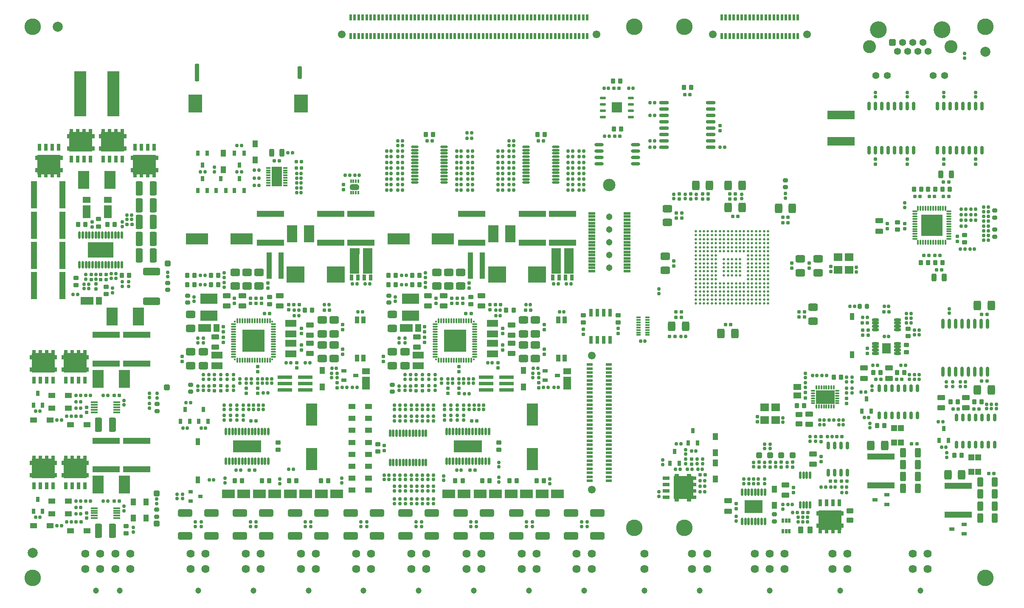
<source format=gbr>
G04*
G04 #@! TF.GenerationSoftware,Altium Limited,Altium Designer,23.4.1 (23)*
G04*
G04 Layer_Color=8388736*
%FSLAX44Y44*%
%MOMM*%
G71*
G04*
G04 #@! TF.SameCoordinates,210523F5-4B5D-4388-949E-6639FD9C488E*
G04*
G04*
G04 #@! TF.FilePolarity,Negative*
G04*
G01*
G75*
%ADD20R,4.6000X3.9000*%
%ADD21R,3.9000X4.6000*%
%ADD114R,5.1800X3.1000*%
%ADD115R,0.8616X1.3716*%
%ADD116R,1.7016X2.0216*%
%ADD117O,1.4516X0.6016*%
%ADD118R,3.6516X2.5616*%
%ADD119O,0.5516X1.5016*%
%ADD120O,0.7016X2.0016*%
%ADD121O,0.7016X1.5516*%
G04:AMPARAMS|DCode=122|XSize=1.1016mm|YSize=1.1016mm|CornerRadius=0.1508mm|HoleSize=0mm|Usage=FLASHONLY|Rotation=90.000|XOffset=0mm|YOffset=0mm|HoleType=Round|Shape=RoundedRectangle|*
%AMROUNDEDRECTD122*
21,1,1.1016,0.8000,0,0,90.0*
21,1,0.8000,1.1016,0,0,90.0*
1,1,0.3016,0.4000,0.4000*
1,1,0.3016,0.4000,-0.4000*
1,1,0.3016,-0.4000,-0.4000*
1,1,0.3016,-0.4000,0.4000*
%
%ADD122ROUNDEDRECTD122*%
G04:AMPARAMS|DCode=123|XSize=0.5316mm|YSize=1.3716mm|CornerRadius=0.0723mm|HoleSize=0mm|Usage=FLASHONLY|Rotation=270.000|XOffset=0mm|YOffset=0mm|HoleType=Round|Shape=RoundedRectangle|*
%AMROUNDEDRECTD123*
21,1,0.5316,1.2270,0,0,270.0*
21,1,0.3870,1.3716,0,0,270.0*
1,1,0.1446,-0.6135,-0.1935*
1,1,0.1446,-0.6135,0.1935*
1,1,0.1446,0.6135,0.1935*
1,1,0.1446,0.6135,-0.1935*
%
%ADD123ROUNDEDRECTD123*%
%ADD124R,2.3216X1.3916*%
%ADD125R,0.7516X1.3516*%
%ADD126R,0.9016X0.9016*%
%ADD127R,0.9016X0.9016*%
%ADD128R,1.3516X0.7516*%
%ADD129R,0.8256X0.6606*%
%ADD130R,0.7016X1.1016*%
G04:AMPARAMS|DCode=131|XSize=0.7016mm|YSize=1.6016mm|CornerRadius=0.2008mm|HoleSize=0mm|Usage=FLASHONLY|Rotation=0.000|XOffset=0mm|YOffset=0mm|HoleType=Round|Shape=RoundedRectangle|*
%AMROUNDEDRECTD131*
21,1,0.7016,1.2000,0,0,0.0*
21,1,0.3000,1.6016,0,0,0.0*
1,1,0.4016,0.1500,-0.6000*
1,1,0.4016,-0.1500,-0.6000*
1,1,0.4016,-0.1500,0.6000*
1,1,0.4016,0.1500,0.6000*
%
%ADD131ROUNDEDRECTD131*%
%ADD132R,1.0116X1.3216*%
%ADD133R,2.7015X3.6017*%
%ADD134O,0.7516X1.7516*%
%ADD135R,1.7016X1.6016*%
%ADD136R,0.3516X0.6516*%
G04:AMPARAMS|DCode=137|XSize=1.8016mm|YSize=1.1016mm|CornerRadius=0mm|HoleSize=0mm|Usage=FLASHONLY|Rotation=0.000|XOffset=0mm|YOffset=0mm|HoleType=Round|Shape=Octagon|*
%AMOCTAGOND137*
4,1,8,0.9008,-0.2754,0.9008,0.2754,0.6254,0.5508,-0.6254,0.5508,-0.9008,0.2754,-0.9008,-0.2754,-0.6254,-0.5508,0.6254,-0.5508,0.9008,-0.2754,0.0*
%
%ADD137OCTAGOND137*%

%ADD138R,2.9016X0.8016*%
%ADD139R,0.6016X1.2016*%
%ADD140R,1.2016X0.6016*%
%ADD141O,1.9516X0.7016*%
G04:AMPARAMS|DCode=142|XSize=3.4016mm|YSize=1.4516mm|CornerRadius=0.2533mm|HoleSize=0mm|Usage=FLASHONLY|Rotation=180.000|XOffset=0mm|YOffset=0mm|HoleType=Round|Shape=RoundedRectangle|*
%AMROUNDEDRECTD142*
21,1,3.4016,0.9450,0,0,180.0*
21,1,2.8950,1.4516,0,0,180.0*
1,1,0.5066,-1.4475,0.4725*
1,1,0.5066,1.4475,0.4725*
1,1,0.5066,1.4475,-0.4725*
1,1,0.5066,-1.4475,-0.4725*
%
%ADD142ROUNDEDRECTD142*%
G04:AMPARAMS|DCode=143|XSize=2.8016mm|YSize=1.4516mm|CornerRadius=0.2533mm|HoleSize=0mm|Usage=FLASHONLY|Rotation=180.000|XOffset=0mm|YOffset=0mm|HoleType=Round|Shape=RoundedRectangle|*
%AMROUNDEDRECTD143*
21,1,2.8016,0.9450,0,0,180.0*
21,1,2.2950,1.4516,0,0,180.0*
1,1,0.5066,-1.1475,0.4725*
1,1,0.5066,1.1475,0.4725*
1,1,0.5066,1.1475,-0.4725*
1,1,0.5066,-1.1475,-0.4725*
%
%ADD143ROUNDEDRECTD143*%
G04:AMPARAMS|DCode=144|XSize=1.8516mm|YSize=1.1516mm|CornerRadius=0.2083mm|HoleSize=0mm|Usage=FLASHONLY|Rotation=270.000|XOffset=0mm|YOffset=0mm|HoleType=Round|Shape=RoundedRectangle|*
%AMROUNDEDRECTD144*
21,1,1.8516,0.7350,0,0,270.0*
21,1,1.4350,1.1516,0,0,270.0*
1,1,0.4166,-0.3675,-0.7175*
1,1,0.4166,-0.3675,0.7175*
1,1,0.4166,0.3675,0.7175*
1,1,0.4166,0.3675,-0.7175*
%
%ADD144ROUNDEDRECTD144*%
G04:AMPARAMS|DCode=145|XSize=1.4016mm|YSize=1.0516mm|CornerRadius=0.2408mm|HoleSize=0mm|Usage=FLASHONLY|Rotation=0.000|XOffset=0mm|YOffset=0mm|HoleType=Round|Shape=RoundedRectangle|*
%AMROUNDEDRECTD145*
21,1,1.4016,0.5700,0,0,0.0*
21,1,0.9200,1.0516,0,0,0.0*
1,1,0.4816,0.4600,-0.2850*
1,1,0.4816,-0.4600,-0.2850*
1,1,0.4816,-0.4600,0.2850*
1,1,0.4816,0.4600,0.2850*
%
%ADD145ROUNDEDRECTD145*%
G04:AMPARAMS|DCode=146|XSize=1.0016mm|YSize=0.8016mm|CornerRadius=0.2258mm|HoleSize=0mm|Usage=FLASHONLY|Rotation=180.000|XOffset=0mm|YOffset=0mm|HoleType=Round|Shape=RoundedRectangle|*
%AMROUNDEDRECTD146*
21,1,1.0016,0.3500,0,0,180.0*
21,1,0.5500,0.8016,0,0,180.0*
1,1,0.4516,-0.2750,0.1750*
1,1,0.4516,0.2750,0.1750*
1,1,0.4516,0.2750,-0.1750*
1,1,0.4516,-0.2750,-0.1750*
%
%ADD146ROUNDEDRECTD146*%
G04:AMPARAMS|DCode=147|XSize=0.6516mm|YSize=0.6516mm|CornerRadius=0.1883mm|HoleSize=0mm|Usage=FLASHONLY|Rotation=0.000|XOffset=0mm|YOffset=0mm|HoleType=Round|Shape=RoundedRectangle|*
%AMROUNDEDRECTD147*
21,1,0.6516,0.2750,0,0,0.0*
21,1,0.2750,0.6516,0,0,0.0*
1,1,0.3766,0.1375,-0.1375*
1,1,0.3766,-0.1375,-0.1375*
1,1,0.3766,-0.1375,0.1375*
1,1,0.3766,0.1375,0.1375*
%
%ADD147ROUNDEDRECTD147*%
%ADD148R,1.6016X2.5016*%
%ADD149R,1.6016X1.1516*%
%ADD150O,1.5016X0.5516*%
%ADD151R,0.9516X0.4516*%
%ADD152R,2.2016X3.5516*%
%ADD153R,1.1016X5.3016*%
%ADD154R,3.6016X3.2016*%
%ADD155R,0.5016X0.9016*%
%ADD156R,0.6516X1.1516*%
%ADD157R,0.9016X0.3516*%
%ADD158R,2.1016X3.9016*%
%ADD159R,1.2016X1.2016*%
%ADD160O,1.2516X0.5016*%
%ADD161R,2.1016X2.1016*%
%ADD162R,5.7016X2.4016*%
%ADD163R,4.4916X4.4916*%
%ADD164R,0.4316X0.4316*%
%ADD165O,1.0266X0.3516*%
%ADD166O,0.3516X1.0266*%
%ADD167O,1.4516X0.4016*%
%ADD168O,0.3516X0.9516*%
%ADD169O,0.9516X0.3516*%
%ADD170R,3.7516X2.7516*%
%ADD171R,1.1016X0.7016*%
%ADD172R,1.5716X1.2916*%
%ADD173R,4.4016X2.2016*%
%ADD174O,0.3516X1.1016*%
%ADD175O,1.1016X0.3516*%
%ADD176R,4.2016X4.2016*%
%ADD177R,0.7516X1.0516*%
%ADD178O,1.8516X0.7016*%
%ADD179R,2.4816X9.1016*%
%ADD180R,5.5016X1.1516*%
G04:AMPARAMS|DCode=181|XSize=2.8016mm|YSize=1.4016mm|CornerRadius=0.2458mm|HoleSize=0mm|Usage=FLASHONLY|Rotation=90.000|XOffset=0mm|YOffset=0mm|HoleType=Round|Shape=RoundedRectangle|*
%AMROUNDEDRECTD181*
21,1,2.8016,0.9100,0,0,90.0*
21,1,2.3100,1.4016,0,0,90.0*
1,1,0.4916,0.4550,1.1550*
1,1,0.4916,0.4550,-1.1550*
1,1,0.4916,-0.4550,-1.1550*
1,1,0.4916,-0.4550,1.1550*
%
%ADD181ROUNDEDRECTD181*%
G04:AMPARAMS|DCode=182|XSize=1.9016mm|YSize=1.4516mm|CornerRadius=0.2533mm|HoleSize=0mm|Usage=FLASHONLY|Rotation=90.000|XOffset=0mm|YOffset=0mm|HoleType=Round|Shape=RoundedRectangle|*
%AMROUNDEDRECTD182*
21,1,1.9016,0.9450,0,0,90.0*
21,1,1.3950,1.4516,0,0,90.0*
1,1,0.5066,0.4725,0.6975*
1,1,0.5066,0.4725,-0.6975*
1,1,0.5066,-0.4725,-0.6975*
1,1,0.5066,-0.4725,0.6975*
%
%ADD182ROUNDEDRECTD182*%
%ADD183R,5.5016X1.6516*%
G04:AMPARAMS|DCode=184|XSize=1.5516mm|YSize=1.0016mm|CornerRadius=0.2308mm|HoleSize=0mm|Usage=FLASHONLY|Rotation=0.000|XOffset=0mm|YOffset=0mm|HoleType=Round|Shape=RoundedRectangle|*
%AMROUNDEDRECTD184*
21,1,1.5516,0.5400,0,0,0.0*
21,1,1.0900,1.0016,0,0,0.0*
1,1,0.4616,0.5450,-0.2700*
1,1,0.4616,-0.5450,-0.2700*
1,1,0.4616,-0.5450,0.2700*
1,1,0.4616,0.5450,0.2700*
%
%ADD184ROUNDEDRECTD184*%
G04:AMPARAMS|DCode=185|XSize=1.0516mm|YSize=0.8516mm|CornerRadius=0.2383mm|HoleSize=0mm|Usage=FLASHONLY|Rotation=180.000|XOffset=0mm|YOffset=0mm|HoleType=Round|Shape=RoundedRectangle|*
%AMROUNDEDRECTD185*
21,1,1.0516,0.3750,0,0,180.0*
21,1,0.5750,0.8516,0,0,180.0*
1,1,0.4766,-0.2875,0.1875*
1,1,0.4766,0.2875,0.1875*
1,1,0.4766,0.2875,-0.1875*
1,1,0.4766,-0.2875,-0.1875*
%
%ADD185ROUNDEDRECTD185*%
G04:AMPARAMS|DCode=186|XSize=0.7216mm|YSize=0.6216mm|CornerRadius=0.1808mm|HoleSize=0mm|Usage=FLASHONLY|Rotation=90.000|XOffset=0mm|YOffset=0mm|HoleType=Round|Shape=RoundedRectangle|*
%AMROUNDEDRECTD186*
21,1,0.7216,0.2600,0,0,90.0*
21,1,0.3600,0.6216,0,0,90.0*
1,1,0.3616,0.1300,0.1800*
1,1,0.3616,0.1300,-0.1800*
1,1,0.3616,-0.1300,-0.1800*
1,1,0.3616,-0.1300,0.1800*
%
%ADD186ROUNDEDRECTD186*%
%ADD187R,2.5016X1.6516*%
%ADD188C,0.5000*%
%ADD189R,3.4016X2.1516*%
G04:AMPARAMS|DCode=190|XSize=1.0516mm|YSize=0.8516mm|CornerRadius=0.2383mm|HoleSize=0mm|Usage=FLASHONLY|Rotation=90.000|XOffset=0mm|YOffset=0mm|HoleType=Round|Shape=RoundedRectangle|*
%AMROUNDEDRECTD190*
21,1,1.0516,0.3750,0,0,90.0*
21,1,0.5750,0.8516,0,0,90.0*
1,1,0.4766,0.1875,0.2875*
1,1,0.4766,0.1875,-0.2875*
1,1,0.4766,-0.1875,-0.2875*
1,1,0.4766,-0.1875,0.2875*
%
%ADD190ROUNDEDRECTD190*%
G04:AMPARAMS|DCode=191|XSize=1.5516mm|YSize=1.0016mm|CornerRadius=0.2308mm|HoleSize=0mm|Usage=FLASHONLY|Rotation=270.000|XOffset=0mm|YOffset=0mm|HoleType=Round|Shape=RoundedRectangle|*
%AMROUNDEDRECTD191*
21,1,1.5516,0.5400,0,0,270.0*
21,1,1.0900,1.0016,0,0,270.0*
1,1,0.4616,-0.2700,-0.5450*
1,1,0.4616,-0.2700,0.5450*
1,1,0.4616,0.2700,0.5450*
1,1,0.4616,0.2700,-0.5450*
%
%ADD191ROUNDEDRECTD191*%
G04:AMPARAMS|DCode=192|XSize=0.7216mm|YSize=0.6216mm|CornerRadius=0.1808mm|HoleSize=0mm|Usage=FLASHONLY|Rotation=180.000|XOffset=0mm|YOffset=0mm|HoleType=Round|Shape=RoundedRectangle|*
%AMROUNDEDRECTD192*
21,1,0.7216,0.2600,0,0,180.0*
21,1,0.3600,0.6216,0,0,180.0*
1,1,0.3616,-0.1800,0.1300*
1,1,0.3616,0.1800,0.1300*
1,1,0.3616,0.1800,-0.1300*
1,1,0.3616,-0.1800,-0.1300*
%
%ADD192ROUNDEDRECTD192*%
G04:AMPARAMS|DCode=193|XSize=1.9016mm|YSize=1.4516mm|CornerRadius=0.2533mm|HoleSize=0mm|Usage=FLASHONLY|Rotation=0.000|XOffset=0mm|YOffset=0mm|HoleType=Round|Shape=RoundedRectangle|*
%AMROUNDEDRECTD193*
21,1,1.9016,0.9450,0,0,0.0*
21,1,1.3950,1.4516,0,0,0.0*
1,1,0.5066,0.6975,-0.4725*
1,1,0.5066,-0.6975,-0.4725*
1,1,0.5066,-0.6975,0.4725*
1,1,0.5066,0.6975,0.4725*
%
%ADD193ROUNDEDRECTD193*%
%ADD194R,1.1516X5.5016*%
%ADD195R,2.5016X1.6016*%
%ADD196R,1.1516X1.6016*%
%ADD197R,1.3216X1.0116*%
%ADD198R,2.1516X3.4016*%
G04:AMPARAMS|DCode=199|XSize=0.6516mm|YSize=0.6516mm|CornerRadius=0.1883mm|HoleSize=0mm|Usage=FLASHONLY|Rotation=270.000|XOffset=0mm|YOffset=0mm|HoleType=Round|Shape=RoundedRectangle|*
%AMROUNDEDRECTD199*
21,1,0.6516,0.2750,0,0,270.0*
21,1,0.2750,0.6516,0,0,270.0*
1,1,0.3766,-0.1375,-0.1375*
1,1,0.3766,-0.1375,0.1375*
1,1,0.3766,0.1375,0.1375*
1,1,0.3766,0.1375,-0.1375*
%
%ADD199ROUNDEDRECTD199*%
G04:AMPARAMS|DCode=200|XSize=1.4016mm|YSize=1.0516mm|CornerRadius=0.2408mm|HoleSize=0mm|Usage=FLASHONLY|Rotation=90.000|XOffset=0mm|YOffset=0mm|HoleType=Round|Shape=RoundedRectangle|*
%AMROUNDEDRECTD200*
21,1,1.4016,0.5700,0,0,90.0*
21,1,0.9200,1.0516,0,0,90.0*
1,1,0.4816,0.2850,0.4600*
1,1,0.4816,0.2850,-0.4600*
1,1,0.4816,-0.2850,-0.4600*
1,1,0.4816,-0.2850,0.4600*
%
%ADD200ROUNDEDRECTD200*%
%ADD201R,2.2016X4.4016*%
G04:AMPARAMS|DCode=202|XSize=1.0016mm|YSize=0.8016mm|CornerRadius=0.2258mm|HoleSize=0mm|Usage=FLASHONLY|Rotation=270.000|XOffset=0mm|YOffset=0mm|HoleType=Round|Shape=RoundedRectangle|*
%AMROUNDEDRECTD202*
21,1,1.0016,0.3500,0,0,270.0*
21,1,0.5500,0.8016,0,0,270.0*
1,1,0.4516,-0.1750,-0.2750*
1,1,0.4516,-0.1750,0.2750*
1,1,0.4516,0.1750,0.2750*
1,1,0.4516,0.1750,-0.2750*
%
%ADD202ROUNDEDRECTD202*%
%ADD203C,2.0000*%
G04:AMPARAMS|DCode=204|XSize=1.1016mm|YSize=1.1016mm|CornerRadius=0.1508mm|HoleSize=0mm|Usage=FLASHONLY|Rotation=180.000|XOffset=0mm|YOffset=0mm|HoleType=Round|Shape=RoundedRectangle|*
%AMROUNDEDRECTD204*
21,1,1.1016,0.8000,0,0,180.0*
21,1,0.8000,1.1016,0,0,180.0*
1,1,0.3016,-0.4000,0.4000*
1,1,0.3016,0.4000,0.4000*
1,1,0.3016,0.4000,-0.4000*
1,1,0.3016,-0.4000,-0.4000*
%
%ADD204ROUNDEDRECTD204*%
%ADD205R,1.8016X0.6016*%
%ADD206R,0.9516X0.6016*%
%ADD207R,1.9666X5.1016*%
G04:AMPARAMS|DCode=208|XSize=1.4016mm|YSize=1.4016mm|CornerRadius=0.3758mm|HoleSize=0mm|Usage=FLASHONLY|Rotation=180.000|XOffset=0mm|YOffset=0mm|HoleType=Round|Shape=RoundedRectangle|*
%AMROUNDEDRECTD208*
21,1,1.4016,0.6500,0,0,180.0*
21,1,0.6500,1.4016,0,0,180.0*
1,1,0.7516,-0.3250,0.3250*
1,1,0.7516,0.3250,0.3250*
1,1,0.7516,0.3250,-0.3250*
1,1,0.7516,-0.3250,-0.3250*
%
%ADD208ROUNDEDRECTD208*%
%ADD209C,1.4016*%
%ADD210C,3.3516*%
%ADD211C,2.6016*%
%ADD212C,2.4916*%
%ADD213C,1.3016*%
%ADD214C,1.5516*%
%ADD215C,1.2032*%
%ADD216C,1.6256*%
G04:AMPARAMS|DCode=217|XSize=3.5016mm|YSize=0.9016mm|CornerRadius=0.2508mm|HoleSize=0mm|Usage=FLASHONLY|Rotation=270.000|XOffset=0mm|YOffset=0mm|HoleType=Round|Shape=RoundedRectangle|*
%AMROUNDEDRECTD217*
21,1,3.5016,0.4000,0,0,270.0*
21,1,3.0000,0.9016,0,0,270.0*
1,1,0.5016,-0.2000,-1.5000*
1,1,0.5016,-0.2000,1.5000*
1,1,0.5016,0.2000,1.5000*
1,1,0.5016,0.2000,-1.5000*
%
%ADD217ROUNDEDRECTD217*%
G04:AMPARAMS|DCode=218|XSize=2.5016mm|YSize=0.9016mm|CornerRadius=0.2508mm|HoleSize=0mm|Usage=FLASHONLY|Rotation=270.000|XOffset=0mm|YOffset=0mm|HoleType=Round|Shape=RoundedRectangle|*
%AMROUNDEDRECTD218*
21,1,2.5016,0.4000,0,0,270.0*
21,1,2.0000,0.9016,0,0,270.0*
1,1,0.5016,-0.2000,-1.0000*
1,1,0.5016,-0.2000,1.0000*
1,1,0.5016,0.2000,1.0000*
1,1,0.5016,0.2000,-1.0000*
%
%ADD218ROUNDEDRECTD218*%
%ADD219C,3.3016*%
D20*
X134937Y479487D02*
D03*
X273050Y874650D02*
D03*
X82550D02*
D03*
X209550Y920813D02*
D03*
X146050D02*
D03*
X71438Y268350D02*
D03*
X134937D02*
D03*
X71438Y479487D02*
D03*
X1639888Y165037D02*
D03*
D21*
X1347850Y230188D02*
D03*
D114*
X185737Y704848D02*
D03*
D115*
X1098550Y488950D02*
D03*
Y565150D02*
D03*
X1111250Y488950D02*
D03*
Y565150D02*
D03*
X1684337Y571500D02*
D03*
Y495300D02*
D03*
X379412Y322262D02*
D03*
Y246063D02*
D03*
X696913Y488950D02*
D03*
Y565150D02*
D03*
X709613Y488950D02*
D03*
Y565150D02*
D03*
D116*
X1752600Y508000D02*
D03*
D117*
X1730350Y517750D02*
D03*
Y511250D02*
D03*
Y504750D02*
D03*
Y498250D02*
D03*
X1774850Y517750D02*
D03*
Y511250D02*
D03*
Y504750D02*
D03*
Y498250D02*
D03*
X1774850Y545875D02*
D03*
Y552375D02*
D03*
Y558875D02*
D03*
Y565375D02*
D03*
X1730350Y545875D02*
D03*
Y552375D02*
D03*
Y558875D02*
D03*
Y565375D02*
D03*
D118*
X1487487Y192087D02*
D03*
D119*
X1464738Y162588D02*
D03*
X1471237D02*
D03*
X1477737D02*
D03*
X1484238D02*
D03*
X1490737D02*
D03*
X1497238D02*
D03*
X1503737D02*
D03*
X1510237D02*
D03*
X1464738Y221588D02*
D03*
X1471237D02*
D03*
X1477737D02*
D03*
X1484238D02*
D03*
X1490737D02*
D03*
X1497238D02*
D03*
X1503737D02*
D03*
X1510237D02*
D03*
X1580925Y195925D02*
D03*
X1587425D02*
D03*
X1593925D02*
D03*
X1600425D02*
D03*
X1580925Y254925D02*
D03*
X1587425D02*
D03*
X1593925D02*
D03*
X1600425D02*
D03*
X959825Y342238D02*
D03*
X953325D02*
D03*
X946825D02*
D03*
X940325D02*
D03*
X933825D02*
D03*
X927325D02*
D03*
X920825D02*
D03*
X914325D02*
D03*
X907825D02*
D03*
X901325D02*
D03*
X894825D02*
D03*
X888325D02*
D03*
X881825D02*
D03*
X875325D02*
D03*
X959825Y283237D02*
D03*
X953325D02*
D03*
X946825D02*
D03*
X940325D02*
D03*
X933825D02*
D03*
X927325D02*
D03*
X920825D02*
D03*
X914325D02*
D03*
X907825D02*
D03*
X901325D02*
D03*
X894825D02*
D03*
X888325D02*
D03*
X881825D02*
D03*
X875325D02*
D03*
X227987Y734350D02*
D03*
X221488D02*
D03*
X214988D02*
D03*
X208487D02*
D03*
X201987D02*
D03*
X195487D02*
D03*
X188988D02*
D03*
X182488D02*
D03*
X175987D02*
D03*
X169487D02*
D03*
X162987D02*
D03*
X156488D02*
D03*
X149987D02*
D03*
X143488D02*
D03*
X227987Y675350D02*
D03*
X221488D02*
D03*
X214988D02*
D03*
X208487D02*
D03*
X201987D02*
D03*
X195487D02*
D03*
X188988D02*
D03*
X182488D02*
D03*
X175987D02*
D03*
X169487D02*
D03*
X162987D02*
D03*
X156488D02*
D03*
X149987D02*
D03*
X143488D02*
D03*
X762763Y280063D02*
D03*
X769262D02*
D03*
X775762D02*
D03*
X782262D02*
D03*
X788763D02*
D03*
X795263D02*
D03*
X801762D02*
D03*
X808262D02*
D03*
X814762D02*
D03*
X821263D02*
D03*
X827763D02*
D03*
X834262D02*
D03*
X762763Y339062D02*
D03*
X769262D02*
D03*
X775762D02*
D03*
X782262D02*
D03*
X788763D02*
D03*
X795263D02*
D03*
X801762D02*
D03*
X808262D02*
D03*
X814762D02*
D03*
X821263D02*
D03*
X827763D02*
D03*
X834262D02*
D03*
X520088Y342238D02*
D03*
X513587D02*
D03*
X507088D02*
D03*
X500588D02*
D03*
X494087D02*
D03*
X487588D02*
D03*
X481087D02*
D03*
X474588D02*
D03*
X468088D02*
D03*
X461587D02*
D03*
X455088D02*
D03*
X448587D02*
D03*
X442088D02*
D03*
X435588D02*
D03*
X520088Y283237D02*
D03*
X513587D02*
D03*
X507088D02*
D03*
X500588D02*
D03*
X494087D02*
D03*
X487588D02*
D03*
X481087D02*
D03*
X474588D02*
D03*
X468088D02*
D03*
X461587D02*
D03*
X455088D02*
D03*
X448587D02*
D03*
X442088D02*
D03*
X435588D02*
D03*
D120*
X1865312Y462088D02*
D03*
X1878013D02*
D03*
X1890712D02*
D03*
X1903412D02*
D03*
X1916113D02*
D03*
X1928813D02*
D03*
X1941512D02*
D03*
X1954212D02*
D03*
X1865312Y557088D02*
D03*
X1878013D02*
D03*
X1890712D02*
D03*
X1903412D02*
D03*
X1916113D02*
D03*
X1928813D02*
D03*
X1941512D02*
D03*
X1954212D02*
D03*
X1865312Y462088D02*
D03*
X1878013D02*
D03*
X1890712D02*
D03*
X1903412D02*
D03*
X1916113D02*
D03*
X1928813D02*
D03*
X1941512D02*
D03*
X1954212D02*
D03*
X1865312Y557088D02*
D03*
X1878013D02*
D03*
X1890712D02*
D03*
X1903412D02*
D03*
X1916113D02*
D03*
X1928813D02*
D03*
X1941512D02*
D03*
X1954212D02*
D03*
D121*
X1892300Y315650D02*
D03*
X1905000D02*
D03*
X1917700D02*
D03*
X1930400D02*
D03*
X1943100D02*
D03*
X1955800D02*
D03*
X1968500D02*
D03*
X1892300Y370150D02*
D03*
X1905000D02*
D03*
X1917700D02*
D03*
X1930400D02*
D03*
X1943100D02*
D03*
X1955800D02*
D03*
X1968500D02*
D03*
X1636712Y260088D02*
D03*
X1649413D02*
D03*
X1662112D02*
D03*
X1674812D02*
D03*
X1636712Y314587D02*
D03*
X1649413D02*
D03*
X1662112D02*
D03*
X1674812D02*
D03*
X1738313Y374388D02*
D03*
X1751013D02*
D03*
X1763712D02*
D03*
X1776413D02*
D03*
X1789113D02*
D03*
X1801812D02*
D03*
X1814512D02*
D03*
X1738313Y428887D02*
D03*
X1751013D02*
D03*
X1763712D02*
D03*
X1776413D02*
D03*
X1789113D02*
D03*
X1801812D02*
D03*
X1814512D02*
D03*
D122*
X1565275Y295275D02*
D03*
X296863Y158750D02*
D03*
X1520825Y295275D02*
D03*
X1498600D02*
D03*
X1543050D02*
D03*
D123*
X1164700Y720000D02*
D03*
Y726400D02*
D03*
Y732800D02*
D03*
Y739200D02*
D03*
Y745600D02*
D03*
Y752000D02*
D03*
Y758400D02*
D03*
Y764800D02*
D03*
Y771200D02*
D03*
Y777600D02*
D03*
Y662400D02*
D03*
Y668800D02*
D03*
Y675200D02*
D03*
Y681600D02*
D03*
Y688000D02*
D03*
Y694400D02*
D03*
Y700800D02*
D03*
Y707200D02*
D03*
Y713600D02*
D03*
X1235300D02*
D03*
Y707200D02*
D03*
Y700800D02*
D03*
Y694400D02*
D03*
Y688000D02*
D03*
Y681600D02*
D03*
Y675200D02*
D03*
Y668800D02*
D03*
Y662400D02*
D03*
Y777600D02*
D03*
Y771200D02*
D03*
Y764800D02*
D03*
Y758400D02*
D03*
Y752000D02*
D03*
Y745600D02*
D03*
Y739200D02*
D03*
Y732800D02*
D03*
Y726400D02*
D03*
Y720000D02*
D03*
D124*
X819150Y473638D02*
D03*
Y494738D02*
D03*
X565150Y558237D02*
D03*
Y537137D02*
D03*
Y497450D02*
D03*
Y518550D02*
D03*
X417513Y473638D02*
D03*
Y494738D02*
D03*
X966787Y558237D02*
D03*
Y537137D02*
D03*
Y497450D02*
D03*
Y518550D02*
D03*
D125*
X115887Y498237D02*
D03*
X128588D02*
D03*
X141287D02*
D03*
X153988D02*
D03*
Y444738D02*
D03*
X141287D02*
D03*
X128588D02*
D03*
X115887D02*
D03*
X292100Y855900D02*
D03*
X279400D02*
D03*
X266700D02*
D03*
X254000D02*
D03*
Y909400D02*
D03*
X266700D02*
D03*
X279400D02*
D03*
X292100D02*
D03*
X101600Y855900D02*
D03*
X88900D02*
D03*
X76200D02*
D03*
X63500D02*
D03*
Y909400D02*
D03*
X76200D02*
D03*
X88900D02*
D03*
X101600D02*
D03*
X190500Y939563D02*
D03*
X203200D02*
D03*
X215900D02*
D03*
X228600D02*
D03*
Y886062D02*
D03*
X215900D02*
D03*
X203200D02*
D03*
X190500D02*
D03*
X127000Y939563D02*
D03*
X139700D02*
D03*
X152400D02*
D03*
X165100D02*
D03*
Y886062D02*
D03*
X152400D02*
D03*
X139700D02*
D03*
X127000D02*
D03*
X52387Y287100D02*
D03*
X65087D02*
D03*
X77787D02*
D03*
X90487D02*
D03*
Y233600D02*
D03*
X77787D02*
D03*
X65087D02*
D03*
X52387D02*
D03*
X115887Y287100D02*
D03*
X128588D02*
D03*
X141287D02*
D03*
X153988D02*
D03*
Y233600D02*
D03*
X141287D02*
D03*
X128588D02*
D03*
X115887D02*
D03*
X52387Y498237D02*
D03*
X65087D02*
D03*
X77787D02*
D03*
X90487D02*
D03*
Y444738D02*
D03*
X77787D02*
D03*
X65087D02*
D03*
X52387D02*
D03*
X1658938Y199788D02*
D03*
X1646237D02*
D03*
X1633537D02*
D03*
X1620838D02*
D03*
Y146287D02*
D03*
X1633537D02*
D03*
X1646237D02*
D03*
X1658938D02*
D03*
D126*
X157937Y490387D02*
D03*
Y465887D02*
D03*
X111938D02*
D03*
Y490387D02*
D03*
X250050Y863750D02*
D03*
Y888250D02*
D03*
X296050D02*
D03*
Y863750D02*
D03*
X59550D02*
D03*
Y888250D02*
D03*
X105550D02*
D03*
Y863750D02*
D03*
X232550Y931712D02*
D03*
Y907213D02*
D03*
X186550D02*
D03*
Y931712D02*
D03*
X169050D02*
D03*
Y907213D02*
D03*
X123050D02*
D03*
Y931712D02*
D03*
X94438Y279250D02*
D03*
Y254750D02*
D03*
X48438D02*
D03*
Y279250D02*
D03*
X157937D02*
D03*
Y254750D02*
D03*
X111938D02*
D03*
Y279250D02*
D03*
X94438Y490387D02*
D03*
Y465887D02*
D03*
X48438D02*
D03*
Y490387D02*
D03*
X1639888Y173037D02*
D03*
X1662888Y154137D02*
D03*
Y178638D02*
D03*
X1616888D02*
D03*
Y154137D02*
D03*
D127*
X1339850Y230187D02*
D03*
X1358750Y253188D02*
D03*
X1334250D02*
D03*
Y207188D02*
D03*
X1358750D02*
D03*
D128*
X1313100Y249237D02*
D03*
Y236537D02*
D03*
Y223838D02*
D03*
Y211138D02*
D03*
X1366600D02*
D03*
Y223838D02*
D03*
Y236537D02*
D03*
Y249237D02*
D03*
D129*
X364810Y222225D02*
D03*
Y203225D02*
D03*
X384490Y212725D02*
D03*
D130*
X1357337Y319788D02*
D03*
X1376337D02*
D03*
X1366837Y343787D02*
D03*
X1703412Y383288D02*
D03*
X1722413D02*
D03*
X1712912Y407287D02*
D03*
X1857400Y324550D02*
D03*
X1876400D02*
D03*
X1866900Y348550D02*
D03*
X1330325Y302512D02*
D03*
X1339825Y278512D02*
D03*
X1320825D02*
D03*
X398438Y897825D02*
D03*
X379437D02*
D03*
X388937Y873825D02*
D03*
X471463Y897825D02*
D03*
X452463D02*
D03*
X461963Y873825D02*
D03*
X379437Y823025D02*
D03*
X398438D02*
D03*
X388937Y847025D02*
D03*
X415950Y823025D02*
D03*
X434950D02*
D03*
X425450Y847025D02*
D03*
X452463Y823025D02*
D03*
X471463D02*
D03*
X461963Y847025D02*
D03*
X344512Y362650D02*
D03*
X363512D02*
D03*
X354012Y386650D02*
D03*
X381025Y362650D02*
D03*
X400025D02*
D03*
X390525Y386650D02*
D03*
D131*
X1163637Y525450D02*
D03*
X1176338D02*
D03*
X1189037D02*
D03*
X1201738D02*
D03*
X1163637Y579450D02*
D03*
X1176338D02*
D03*
X1189037D02*
D03*
X1201738D02*
D03*
D132*
X430213Y864713D02*
D03*
Y897412D02*
D03*
X1411288Y247175D02*
D03*
Y279875D02*
D03*
Y299562D02*
D03*
Y332262D02*
D03*
X627062Y464025D02*
D03*
Y431325D02*
D03*
X1528763Y194788D02*
D03*
Y227488D02*
D03*
X1028700Y431325D02*
D03*
Y464025D02*
D03*
X276225Y202087D02*
D03*
Y169387D02*
D03*
X250825Y202087D02*
D03*
Y169387D02*
D03*
X493713Y883763D02*
D03*
Y916462D02*
D03*
D133*
X584924Y996950D02*
D03*
X373926D02*
D03*
D134*
X1717675Y903487D02*
D03*
X1730375D02*
D03*
X1743075D02*
D03*
X1755775D02*
D03*
X1768475D02*
D03*
X1781175D02*
D03*
X1793875D02*
D03*
X1806575D02*
D03*
X1717675Y991988D02*
D03*
X1730375D02*
D03*
X1755775D02*
D03*
X1768475D02*
D03*
X1781175D02*
D03*
X1793875D02*
D03*
X1743075D02*
D03*
X1806575D02*
D03*
X1943100D02*
D03*
X1930400D02*
D03*
X1917700D02*
D03*
X1905000D02*
D03*
X1892300D02*
D03*
X1879600D02*
D03*
X1866900D02*
D03*
X1854200D02*
D03*
X1943100Y903487D02*
D03*
X1930400D02*
D03*
X1917700D02*
D03*
X1905000D02*
D03*
X1892300D02*
D03*
X1879600D02*
D03*
X1866900D02*
D03*
X1854200D02*
D03*
D135*
X1677875Y665163D02*
D03*
X1655875D02*
D03*
X1677875Y690563D02*
D03*
X1655875D02*
D03*
X1531825Y365125D02*
D03*
X1509825D02*
D03*
X1531825Y390525D02*
D03*
X1509825D02*
D03*
D136*
X699650Y841963D02*
D03*
X694650D02*
D03*
X689650D02*
D03*
X684650D02*
D03*
X699650Y818562D02*
D03*
X694650D02*
D03*
X689650D02*
D03*
X684650D02*
D03*
D137*
X692150Y830263D02*
D03*
D138*
X552738Y450850D02*
D03*
Y438150D02*
D03*
Y425450D02*
D03*
X593438Y450850D02*
D03*
Y438150D02*
D03*
Y425450D02*
D03*
X954375Y450850D02*
D03*
Y438150D02*
D03*
Y425450D02*
D03*
X995075Y450850D02*
D03*
Y438150D02*
D03*
Y425450D02*
D03*
D139*
X836000Y1131000D02*
D03*
Y1169000D02*
D03*
X828000Y1131000D02*
D03*
Y1169000D02*
D03*
X820000Y1131000D02*
D03*
Y1169000D02*
D03*
X812000Y1131000D02*
D03*
Y1169000D02*
D03*
X804000Y1131000D02*
D03*
Y1169000D02*
D03*
X796000Y1131000D02*
D03*
Y1169000D02*
D03*
X788000Y1131000D02*
D03*
Y1169000D02*
D03*
X780000Y1131000D02*
D03*
Y1169000D02*
D03*
X772000Y1131000D02*
D03*
Y1169000D02*
D03*
X764000Y1131000D02*
D03*
Y1169000D02*
D03*
X756000Y1131000D02*
D03*
Y1169000D02*
D03*
X748000Y1131000D02*
D03*
Y1169000D02*
D03*
X740000Y1131000D02*
D03*
Y1169000D02*
D03*
X732000Y1131000D02*
D03*
Y1169000D02*
D03*
X724000Y1131000D02*
D03*
Y1169000D02*
D03*
X716000Y1131000D02*
D03*
Y1169000D02*
D03*
X708000Y1131000D02*
D03*
Y1169000D02*
D03*
X700000Y1131000D02*
D03*
Y1169000D02*
D03*
X692000Y1131000D02*
D03*
Y1169000D02*
D03*
X684000Y1131000D02*
D03*
Y1169000D02*
D03*
X876000Y1131000D02*
D03*
Y1169000D02*
D03*
X868000Y1131000D02*
D03*
Y1169000D02*
D03*
X860000Y1131000D02*
D03*
Y1169000D02*
D03*
X852000Y1131000D02*
D03*
Y1169000D02*
D03*
X844000Y1131000D02*
D03*
Y1169000D02*
D03*
X916000Y1131000D02*
D03*
Y1169000D02*
D03*
X908000Y1131000D02*
D03*
Y1169000D02*
D03*
X900000Y1131000D02*
D03*
Y1169000D02*
D03*
X892000Y1131000D02*
D03*
Y1169000D02*
D03*
X884000Y1131000D02*
D03*
Y1169000D02*
D03*
X1068000Y1131000D02*
D03*
Y1169000D02*
D03*
X1060000Y1131000D02*
D03*
Y1169000D02*
D03*
X1052000Y1131000D02*
D03*
Y1169000D02*
D03*
X1044000Y1131000D02*
D03*
Y1169000D02*
D03*
X1036000Y1131000D02*
D03*
Y1169000D02*
D03*
X1028000Y1131000D02*
D03*
Y1169000D02*
D03*
X1020000Y1131000D02*
D03*
Y1169000D02*
D03*
X1012000Y1131000D02*
D03*
Y1169000D02*
D03*
X1004000Y1131000D02*
D03*
Y1169000D02*
D03*
X996000Y1131000D02*
D03*
Y1169000D02*
D03*
X988000Y1131000D02*
D03*
Y1169000D02*
D03*
X980000Y1131000D02*
D03*
Y1169000D02*
D03*
X972000Y1131000D02*
D03*
Y1169000D02*
D03*
X964000Y1131000D02*
D03*
Y1169000D02*
D03*
X956000Y1131000D02*
D03*
Y1169000D02*
D03*
X948000Y1131000D02*
D03*
Y1169000D02*
D03*
X940000Y1131000D02*
D03*
Y1169000D02*
D03*
X932000Y1131000D02*
D03*
Y1169000D02*
D03*
X924000Y1131000D02*
D03*
Y1169000D02*
D03*
X1108000Y1131000D02*
D03*
Y1169000D02*
D03*
X1100000Y1131000D02*
D03*
Y1169000D02*
D03*
X1092000Y1131000D02*
D03*
Y1169000D02*
D03*
X1084000Y1131000D02*
D03*
Y1169000D02*
D03*
X1076000Y1131000D02*
D03*
Y1169000D02*
D03*
X1148000D02*
D03*
X1140000Y1131000D02*
D03*
Y1169000D02*
D03*
X1132000Y1131000D02*
D03*
Y1169000D02*
D03*
X1124000Y1131000D02*
D03*
Y1169000D02*
D03*
X1116000Y1131000D02*
D03*
Y1169000D02*
D03*
X1156000Y1131000D02*
D03*
Y1169000D02*
D03*
X1148000Y1131000D02*
D03*
X1424000Y1169000D02*
D03*
Y1131000D02*
D03*
X1432000Y1169000D02*
D03*
Y1131000D02*
D03*
X1440000Y1169000D02*
D03*
Y1131000D02*
D03*
X1448000Y1169000D02*
D03*
Y1131000D02*
D03*
X1456000Y1169000D02*
D03*
Y1131000D02*
D03*
X1464000Y1169000D02*
D03*
Y1131000D02*
D03*
X1472000Y1169000D02*
D03*
Y1131000D02*
D03*
X1480000Y1169000D02*
D03*
Y1131000D02*
D03*
X1488000Y1169000D02*
D03*
Y1131000D02*
D03*
X1496000Y1169000D02*
D03*
Y1131000D02*
D03*
X1504000Y1169000D02*
D03*
Y1131000D02*
D03*
X1512000Y1169000D02*
D03*
Y1131000D02*
D03*
X1520000Y1169000D02*
D03*
Y1131000D02*
D03*
X1528000Y1169000D02*
D03*
Y1131000D02*
D03*
X1536000Y1169000D02*
D03*
Y1131000D02*
D03*
X1544000Y1169000D02*
D03*
Y1131000D02*
D03*
X1552000Y1169000D02*
D03*
Y1131000D02*
D03*
X1560000Y1169000D02*
D03*
Y1131000D02*
D03*
X1568000Y1169000D02*
D03*
Y1131000D02*
D03*
X1576000Y1169000D02*
D03*
Y1131000D02*
D03*
D140*
X1161000Y324000D02*
D03*
X1199000D02*
D03*
X1161000Y332000D02*
D03*
X1199000D02*
D03*
X1161000Y340000D02*
D03*
X1199000D02*
D03*
X1161000Y348000D02*
D03*
X1199000D02*
D03*
X1161000Y356000D02*
D03*
X1199000D02*
D03*
X1161000Y364000D02*
D03*
X1199000D02*
D03*
X1161000Y372000D02*
D03*
X1199000D02*
D03*
X1161000Y380000D02*
D03*
X1199000D02*
D03*
X1161000Y388000D02*
D03*
X1199000D02*
D03*
X1161000Y396000D02*
D03*
X1199000D02*
D03*
X1161000Y404000D02*
D03*
X1199000D02*
D03*
X1161000Y412000D02*
D03*
X1199000D02*
D03*
X1161000Y420000D02*
D03*
X1199000D02*
D03*
X1161000Y428000D02*
D03*
X1199000D02*
D03*
X1161000Y436000D02*
D03*
X1199000D02*
D03*
X1161000Y444000D02*
D03*
X1199000D02*
D03*
X1161000Y452000D02*
D03*
X1199000D02*
D03*
X1161000Y460000D02*
D03*
X1199000D02*
D03*
X1161000Y468000D02*
D03*
X1199000D02*
D03*
X1161000Y476000D02*
D03*
X1199000D02*
D03*
X1161000Y284000D02*
D03*
X1199000D02*
D03*
X1161000Y292000D02*
D03*
X1199000D02*
D03*
X1161000Y300000D02*
D03*
X1199000D02*
D03*
X1161000Y308000D02*
D03*
X1199000D02*
D03*
X1161000Y316000D02*
D03*
X1199000D02*
D03*
X1161000Y244000D02*
D03*
X1199000D02*
D03*
X1161000Y252000D02*
D03*
X1199000D02*
D03*
X1161000Y260000D02*
D03*
X1199000D02*
D03*
X1161000Y268000D02*
D03*
X1199000D02*
D03*
X1161000Y276000D02*
D03*
X1199000D02*
D03*
D141*
X1402475Y909638D02*
D03*
Y922337D02*
D03*
Y935038D02*
D03*
Y947738D02*
D03*
Y960437D02*
D03*
Y973138D02*
D03*
Y985837D02*
D03*
Y998538D02*
D03*
X1308975Y909638D02*
D03*
Y922337D02*
D03*
Y935038D02*
D03*
Y947738D02*
D03*
Y960437D02*
D03*
Y973138D02*
D03*
Y985837D02*
D03*
Y998538D02*
D03*
D142*
X287337Y602575D02*
D03*
Y661075D02*
D03*
D143*
X1176338Y134150D02*
D03*
Y179650D02*
D03*
X354012Y179650D02*
D03*
Y134150D02*
D03*
X463550Y179650D02*
D03*
Y134150D02*
D03*
X573088Y179650D02*
D03*
Y134150D02*
D03*
X684212Y179650D02*
D03*
Y134150D02*
D03*
X793750Y179650D02*
D03*
Y134150D02*
D03*
X903288Y179650D02*
D03*
Y134150D02*
D03*
X1014413Y179650D02*
D03*
Y134150D02*
D03*
X1123950Y179650D02*
D03*
Y134150D02*
D03*
X406400Y134150D02*
D03*
Y179650D02*
D03*
X515938Y134150D02*
D03*
Y179650D02*
D03*
X625475Y134150D02*
D03*
Y179650D02*
D03*
X736600Y134150D02*
D03*
Y179650D02*
D03*
X846137Y134150D02*
D03*
Y179650D02*
D03*
X955675Y134150D02*
D03*
Y179650D02*
D03*
X1066800Y134150D02*
D03*
Y179650D02*
D03*
D144*
X1939462Y169862D02*
D03*
X1968963D02*
D03*
X1785475Y300037D02*
D03*
X1814975D02*
D03*
X1939462Y241300D02*
D03*
X1968963D02*
D03*
X1785475Y276225D02*
D03*
X1814975D02*
D03*
X1939462Y217488D02*
D03*
X1968963D02*
D03*
X1785475Y252412D02*
D03*
X1814975D02*
D03*
X1939462Y193675D02*
D03*
X1968963D02*
D03*
X1785475Y228600D02*
D03*
X1814975D02*
D03*
D145*
X1679575Y165375D02*
D03*
Y183875D02*
D03*
X1577975Y375962D02*
D03*
Y357463D02*
D03*
D146*
X1528763Y162862D02*
D03*
Y176863D02*
D03*
X296863Y186388D02*
D03*
Y172388D02*
D03*
X1550988Y843613D02*
D03*
Y829613D02*
D03*
X298450Y397262D02*
D03*
Y383262D02*
D03*
X319088Y624825D02*
D03*
Y638825D02*
D03*
X760413Y599425D02*
D03*
Y613425D02*
D03*
X358775Y599425D02*
D03*
Y613425D02*
D03*
X1968500Y769287D02*
D03*
Y783288D02*
D03*
Y731188D02*
D03*
Y745188D02*
D03*
X766762Y435625D02*
D03*
Y421625D02*
D03*
X365125Y435625D02*
D03*
Y421625D02*
D03*
D147*
X1298575Y212987D02*
D03*
Y221987D02*
D03*
X1463675Y815713D02*
D03*
Y806712D02*
D03*
X1373188Y815713D02*
D03*
Y806712D02*
D03*
X1350963Y815713D02*
D03*
Y806712D02*
D03*
X1724025Y433125D02*
D03*
Y424125D02*
D03*
X1909763Y432062D02*
D03*
Y441063D02*
D03*
X1900237Y432062D02*
D03*
Y441063D02*
D03*
X1817688Y455350D02*
D03*
Y446350D02*
D03*
X1971675Y396613D02*
D03*
Y387612D02*
D03*
X1808163Y446350D02*
D03*
Y455350D02*
D03*
X1962150Y387612D02*
D03*
Y396613D02*
D03*
X1798638Y446350D02*
D03*
Y455350D02*
D03*
X1952625Y387612D02*
D03*
Y396613D02*
D03*
X1719263Y349512D02*
D03*
Y358512D02*
D03*
X1873250Y290775D02*
D03*
Y299775D02*
D03*
X1793875Y1009912D02*
D03*
Y1018913D02*
D03*
X1730375Y1009912D02*
D03*
Y1018913D02*
D03*
X1930400Y1009912D02*
D03*
Y1018913D02*
D03*
X1866900Y1009912D02*
D03*
Y1018913D02*
D03*
X1908175Y1096700D02*
D03*
Y1087700D02*
D03*
X1789113Y789250D02*
D03*
Y798250D02*
D03*
X1684337Y419362D02*
D03*
Y428363D02*
D03*
X1673225Y419362D02*
D03*
Y428363D02*
D03*
X1590675Y430475D02*
D03*
Y439475D02*
D03*
X1684337Y441587D02*
D03*
Y450588D02*
D03*
X1673225Y441587D02*
D03*
Y450588D02*
D03*
X1590675Y449525D02*
D03*
Y458525D02*
D03*
X338138Y217225D02*
D03*
Y208225D02*
D03*
X349250Y217225D02*
D03*
Y208225D02*
D03*
X374650Y152662D02*
D03*
Y161663D02*
D03*
X484188Y152662D02*
D03*
Y161663D02*
D03*
X593725Y152662D02*
D03*
Y161663D02*
D03*
X704850Y152662D02*
D03*
Y161663D02*
D03*
X814388Y152662D02*
D03*
Y161663D02*
D03*
X923925Y152662D02*
D03*
Y161663D02*
D03*
X1035050Y152662D02*
D03*
Y161663D02*
D03*
X1144587Y152662D02*
D03*
Y161663D02*
D03*
X385762Y161663D02*
D03*
Y152662D02*
D03*
X495300Y161663D02*
D03*
Y152662D02*
D03*
X604837Y161663D02*
D03*
Y152662D02*
D03*
X715963Y161663D02*
D03*
Y152662D02*
D03*
X825500Y161663D02*
D03*
Y152662D02*
D03*
X935038Y161663D02*
D03*
Y152662D02*
D03*
X1046162Y161663D02*
D03*
Y152662D02*
D03*
X1155700Y161663D02*
D03*
Y152662D02*
D03*
X1306512Y276488D02*
D03*
Y285487D02*
D03*
X1374775Y278075D02*
D03*
Y287075D02*
D03*
X1385887Y287075D02*
D03*
Y278075D02*
D03*
X1550988Y817300D02*
D03*
Y808300D02*
D03*
X1546225Y369625D02*
D03*
Y360625D02*
D03*
X1692275Y669662D02*
D03*
Y660663D02*
D03*
X771525Y255325D02*
D03*
Y246325D02*
D03*
X782637Y255325D02*
D03*
Y246325D02*
D03*
X793750Y255325D02*
D03*
Y246325D02*
D03*
X804863Y255325D02*
D03*
Y246325D02*
D03*
X815975Y255325D02*
D03*
Y246325D02*
D03*
X827087Y255325D02*
D03*
Y246325D02*
D03*
X838200Y255325D02*
D03*
Y246325D02*
D03*
X849313Y255325D02*
D03*
Y246325D02*
D03*
Y363800D02*
D03*
Y372800D02*
D03*
X838200Y363800D02*
D03*
Y372800D02*
D03*
X827087Y363800D02*
D03*
Y372800D02*
D03*
X815975Y363800D02*
D03*
Y372800D02*
D03*
X804863Y363800D02*
D03*
Y372800D02*
D03*
X793750Y363800D02*
D03*
Y372800D02*
D03*
X782637Y363800D02*
D03*
Y372800D02*
D03*
X771525Y363800D02*
D03*
Y372800D02*
D03*
X750888Y246325D02*
D03*
Y255325D02*
D03*
X760413Y246325D02*
D03*
Y255325D02*
D03*
X771525Y233100D02*
D03*
Y224100D02*
D03*
X782637Y233100D02*
D03*
Y224100D02*
D03*
X793750Y233100D02*
D03*
Y224100D02*
D03*
X804863Y233100D02*
D03*
Y224100D02*
D03*
X815975Y233100D02*
D03*
Y224100D02*
D03*
X827087Y233100D02*
D03*
Y224100D02*
D03*
X838200Y233100D02*
D03*
Y224100D02*
D03*
X849313Y233100D02*
D03*
Y224100D02*
D03*
Y386025D02*
D03*
Y395025D02*
D03*
X838200Y386025D02*
D03*
Y395025D02*
D03*
X827087Y386025D02*
D03*
Y395025D02*
D03*
X815975Y386025D02*
D03*
Y395025D02*
D03*
X793750Y386025D02*
D03*
Y395025D02*
D03*
X782637Y386025D02*
D03*
Y395025D02*
D03*
X771525Y386025D02*
D03*
Y395025D02*
D03*
X1817688Y535250D02*
D03*
Y544250D02*
D03*
X1808163Y544250D02*
D03*
Y535250D02*
D03*
X298450Y418575D02*
D03*
Y409575D02*
D03*
X319088Y651137D02*
D03*
Y660137D02*
D03*
X773112Y610925D02*
D03*
Y601925D02*
D03*
X371475Y610925D02*
D03*
Y601925D02*
D03*
X241300Y632088D02*
D03*
Y641087D02*
D03*
X228600Y632088D02*
D03*
Y641087D02*
D03*
X155575Y646375D02*
D03*
Y655375D02*
D03*
X152400Y627325D02*
D03*
Y636325D02*
D03*
X228600Y760150D02*
D03*
Y751150D02*
D03*
X238125Y765437D02*
D03*
Y774437D02*
D03*
X247650Y765437D02*
D03*
Y774437D02*
D03*
X161925Y636325D02*
D03*
Y627325D02*
D03*
X176213Y655375D02*
D03*
Y646375D02*
D03*
X209550Y628387D02*
D03*
Y619388D02*
D03*
X803275Y455350D02*
D03*
Y446350D02*
D03*
X792162Y455350D02*
D03*
Y446350D02*
D03*
X865188Y447412D02*
D03*
Y438413D02*
D03*
X852487Y455350D02*
D03*
Y446350D02*
D03*
X839788Y455350D02*
D03*
Y446350D02*
D03*
X803275Y433125D02*
D03*
Y424125D02*
D03*
X792162Y433125D02*
D03*
Y424125D02*
D03*
X852487Y433387D02*
D03*
Y424388D02*
D03*
X839788Y433387D02*
D03*
Y424388D02*
D03*
X401637Y455350D02*
D03*
Y446350D02*
D03*
X390525Y455350D02*
D03*
Y446350D02*
D03*
X463550Y447412D02*
D03*
Y438413D02*
D03*
X438150Y455350D02*
D03*
Y446350D02*
D03*
X450850Y455350D02*
D03*
Y446350D02*
D03*
X401637Y433125D02*
D03*
Y424125D02*
D03*
X390525Y433125D02*
D03*
Y424125D02*
D03*
X438150Y433125D02*
D03*
Y424125D02*
D03*
X450850Y433125D02*
D03*
Y424125D02*
D03*
X646113Y458525D02*
D03*
Y449525D02*
D03*
X657225Y458525D02*
D03*
Y449525D02*
D03*
X390525Y528375D02*
D03*
Y519375D02*
D03*
X379412Y528375D02*
D03*
Y519375D02*
D03*
X508000Y438413D02*
D03*
Y447412D02*
D03*
X485775Y438413D02*
D03*
Y447412D02*
D03*
X425450Y455350D02*
D03*
Y446350D02*
D03*
X412750Y446350D02*
D03*
Y455350D02*
D03*
X231775Y184150D02*
D03*
Y193150D02*
D03*
X517525Y447412D02*
D03*
Y438413D02*
D03*
X431800Y649550D02*
D03*
Y658550D02*
D03*
Y630500D02*
D03*
Y639500D02*
D03*
X1509713Y271725D02*
D03*
Y280725D02*
D03*
X1546225Y187588D02*
D03*
Y196588D02*
D03*
X1509713Y247388D02*
D03*
Y238388D02*
D03*
X1497012Y247388D02*
D03*
Y238388D02*
D03*
X1487487Y271725D02*
D03*
Y280725D02*
D03*
Y247388D02*
D03*
Y238388D02*
D03*
X1452563Y172775D02*
D03*
Y163775D02*
D03*
X1531938Y271725D02*
D03*
Y280725D02*
D03*
X1576387Y162188D02*
D03*
Y171187D02*
D03*
X1468438Y247388D02*
D03*
Y238388D02*
D03*
X1477962Y247388D02*
D03*
Y238388D02*
D03*
X1585912Y162188D02*
D03*
Y171187D02*
D03*
X1554162Y271725D02*
D03*
Y280725D02*
D03*
X1595437Y162188D02*
D03*
Y171187D02*
D03*
X1600200Y331787D02*
D03*
Y322788D02*
D03*
X1611313Y331787D02*
D03*
Y322788D02*
D03*
X433387Y239975D02*
D03*
Y248975D02*
D03*
X869950Y253738D02*
D03*
Y244737D02*
D03*
X542925Y247388D02*
D03*
Y238388D02*
D03*
X979488Y250562D02*
D03*
Y241562D02*
D03*
Y271725D02*
D03*
Y280725D02*
D03*
X469900Y395025D02*
D03*
Y386025D02*
D03*
X909638Y395025D02*
D03*
Y386025D02*
D03*
X457200Y395025D02*
D03*
Y386025D02*
D03*
X896937Y395025D02*
D03*
Y386025D02*
D03*
X444500Y395025D02*
D03*
Y386025D02*
D03*
X884238Y395025D02*
D03*
Y386025D02*
D03*
X431800Y395025D02*
D03*
Y386025D02*
D03*
X871537Y395025D02*
D03*
Y386025D02*
D03*
X666750Y239975D02*
D03*
Y248975D02*
D03*
X1081087Y247388D02*
D03*
Y238388D02*
D03*
X469900Y374388D02*
D03*
Y365387D02*
D03*
X909638Y374388D02*
D03*
Y365387D02*
D03*
X457200Y374388D02*
D03*
Y365387D02*
D03*
X896937Y374388D02*
D03*
Y365387D02*
D03*
X444500Y374388D02*
D03*
Y365387D02*
D03*
X884238Y374388D02*
D03*
Y365387D02*
D03*
X431800Y374388D02*
D03*
Y365387D02*
D03*
X871537Y374388D02*
D03*
Y365387D02*
D03*
X1047750Y458525D02*
D03*
Y449525D02*
D03*
X1058863Y458525D02*
D03*
Y449525D02*
D03*
X792162Y528375D02*
D03*
Y519375D02*
D03*
X781050Y528375D02*
D03*
Y519375D02*
D03*
X909638Y438413D02*
D03*
Y447412D02*
D03*
X887412Y438413D02*
D03*
Y447412D02*
D03*
X827087Y455350D02*
D03*
Y446350D02*
D03*
X814388Y446350D02*
D03*
Y455350D02*
D03*
X833438Y649550D02*
D03*
Y658550D02*
D03*
Y630500D02*
D03*
Y639500D02*
D03*
X919163Y447412D02*
D03*
Y438413D02*
D03*
X1298575Y617800D02*
D03*
Y626800D02*
D03*
X928688Y447412D02*
D03*
Y438413D02*
D03*
X527050Y447412D02*
D03*
Y438413D02*
D03*
X900113Y447412D02*
D03*
Y438413D02*
D03*
X498475Y447412D02*
D03*
Y438413D02*
D03*
X877887Y438413D02*
D03*
Y447412D02*
D03*
X476250Y438413D02*
D03*
Y447412D02*
D03*
X781050Y424125D02*
D03*
Y433125D02*
D03*
X379412Y424125D02*
D03*
Y433125D02*
D03*
X1884362Y432062D02*
D03*
Y441063D02*
D03*
X1871662Y441063D02*
D03*
Y432062D02*
D03*
X509588Y386025D02*
D03*
Y395025D02*
D03*
X949325Y386025D02*
D03*
Y395025D02*
D03*
X500062Y386025D02*
D03*
Y395025D02*
D03*
X939800Y386025D02*
D03*
Y395025D02*
D03*
X490537Y386025D02*
D03*
Y395025D02*
D03*
X930275Y386025D02*
D03*
Y395025D02*
D03*
X481012Y386025D02*
D03*
Y395025D02*
D03*
X920750Y386025D02*
D03*
Y395025D02*
D03*
X296863Y207700D02*
D03*
Y198700D02*
D03*
X250825Y141550D02*
D03*
Y150550D02*
D03*
X282575Y418838D02*
D03*
Y409837D02*
D03*
X1328737Y806712D02*
D03*
Y815713D02*
D03*
X282575Y398200D02*
D03*
Y389200D02*
D03*
X231775Y395288D02*
D03*
Y404287D02*
D03*
X1520825Y308237D02*
D03*
Y317237D02*
D03*
X1509713Y308237D02*
D03*
Y317237D02*
D03*
X804863Y386025D02*
D03*
Y395025D02*
D03*
X1878013Y587113D02*
D03*
Y578112D02*
D03*
X1352550Y287075D02*
D03*
Y278075D02*
D03*
Y297125D02*
D03*
Y306125D02*
D03*
X771525Y198700D02*
D03*
Y207700D02*
D03*
X782637Y198700D02*
D03*
Y207700D02*
D03*
X793750Y198700D02*
D03*
Y207700D02*
D03*
X804863Y198700D02*
D03*
Y207700D02*
D03*
X815975Y198700D02*
D03*
Y207700D02*
D03*
X827087Y198700D02*
D03*
Y207700D02*
D03*
X838200Y198700D02*
D03*
Y207700D02*
D03*
X849313Y198700D02*
D03*
Y207700D02*
D03*
X412750Y869688D02*
D03*
Y860687D02*
D03*
D148*
X1116012Y439175D02*
D03*
X157163Y780488D02*
D03*
X200025D02*
D03*
X714375Y439175D02*
D03*
D149*
X1116012Y462925D02*
D03*
X157163Y804238D02*
D03*
X200025D02*
D03*
X714375Y462925D02*
D03*
D150*
X1093125Y838962D02*
D03*
Y845462D02*
D03*
Y851963D02*
D03*
Y858463D02*
D03*
Y864962D02*
D03*
Y871462D02*
D03*
Y877962D02*
D03*
Y884463D02*
D03*
Y890963D02*
D03*
Y897462D02*
D03*
Y903962D02*
D03*
Y910462D02*
D03*
X1034125Y838962D02*
D03*
Y845462D02*
D03*
Y851963D02*
D03*
Y858463D02*
D03*
Y864962D02*
D03*
Y871462D02*
D03*
Y877962D02*
D03*
Y884463D02*
D03*
Y890963D02*
D03*
Y897462D02*
D03*
Y903962D02*
D03*
Y910462D02*
D03*
X870875Y838962D02*
D03*
Y845462D02*
D03*
Y851963D02*
D03*
Y858463D02*
D03*
Y864962D02*
D03*
Y871462D02*
D03*
Y877962D02*
D03*
Y884463D02*
D03*
Y890963D02*
D03*
Y897462D02*
D03*
Y903962D02*
D03*
Y910462D02*
D03*
X811875Y838962D02*
D03*
Y845462D02*
D03*
Y851963D02*
D03*
Y858463D02*
D03*
Y864962D02*
D03*
Y871462D02*
D03*
Y877962D02*
D03*
Y884463D02*
D03*
Y890963D02*
D03*
Y897462D02*
D03*
Y903962D02*
D03*
Y910462D02*
D03*
D151*
X1275825Y534950D02*
D03*
Y539950D02*
D03*
Y544950D02*
D03*
Y549950D02*
D03*
Y554950D02*
D03*
Y559950D02*
D03*
Y564950D02*
D03*
Y569950D02*
D03*
X1257825Y534950D02*
D03*
Y539950D02*
D03*
Y544950D02*
D03*
Y549950D02*
D03*
Y554950D02*
D03*
Y559950D02*
D03*
Y564950D02*
D03*
Y569950D02*
D03*
D152*
X232625Y447675D02*
D03*
X180125D02*
D03*
X208700Y571500D02*
D03*
X261200D02*
D03*
X151550Y844550D02*
D03*
X204050D02*
D03*
X232625Y236537D02*
D03*
X180125D02*
D03*
D153*
X947038Y673100D02*
D03*
X923037D02*
D03*
X545400D02*
D03*
X521400D02*
D03*
D154*
X1056000Y655638D02*
D03*
X976000D02*
D03*
X654362D02*
D03*
X574362D02*
D03*
D155*
X1559075Y143237D02*
D03*
X1552575D02*
D03*
X1546075D02*
D03*
Y164737D02*
D03*
X1552575D02*
D03*
X1559075D02*
D03*
D156*
X1125537Y649775D02*
D03*
X1112838D02*
D03*
X1100137D02*
D03*
X1087438D02*
D03*
X1100137Y702525D02*
D03*
X1125537D02*
D03*
X723900Y649775D02*
D03*
X711200D02*
D03*
X698500D02*
D03*
X685800D02*
D03*
X698500Y702525D02*
D03*
X723900D02*
D03*
D157*
X519675Y868400D02*
D03*
Y863400D02*
D03*
Y858400D02*
D03*
Y853400D02*
D03*
Y848400D02*
D03*
Y843400D02*
D03*
Y838400D02*
D03*
Y833400D02*
D03*
X553475Y868400D02*
D03*
Y863400D02*
D03*
Y858400D02*
D03*
Y853400D02*
D03*
Y848400D02*
D03*
Y843400D02*
D03*
Y838400D02*
D03*
Y833400D02*
D03*
D158*
X536575Y850900D02*
D03*
D159*
X1935813Y290675D02*
D03*
X1921812D02*
D03*
X1935813Y261775D02*
D03*
X1921812D02*
D03*
X1781825Y349412D02*
D03*
X1767825D02*
D03*
X1781825Y320513D02*
D03*
X1767825D02*
D03*
D160*
X1187450Y1008063D02*
D03*
Y995362D02*
D03*
Y982663D02*
D03*
Y969962D02*
D03*
X1242950D02*
D03*
Y982663D02*
D03*
Y995362D02*
D03*
Y1008063D02*
D03*
D161*
X1215200Y989013D02*
D03*
D162*
X917575Y312738D02*
D03*
X477837D02*
D03*
D163*
X892175Y523875D02*
D03*
X490537D02*
D03*
D164*
X854795Y486495D02*
D03*
Y561255D02*
D03*
X929555D02*
D03*
Y486495D02*
D03*
X453158D02*
D03*
Y561255D02*
D03*
X527918D02*
D03*
Y486495D02*
D03*
D165*
X852545Y556375D02*
D03*
Y551375D02*
D03*
Y546375D02*
D03*
Y541375D02*
D03*
Y536375D02*
D03*
Y531375D02*
D03*
Y526375D02*
D03*
Y521375D02*
D03*
Y516375D02*
D03*
Y511375D02*
D03*
Y506375D02*
D03*
Y501375D02*
D03*
Y496375D02*
D03*
Y491375D02*
D03*
X931805D02*
D03*
Y496375D02*
D03*
Y501375D02*
D03*
Y506375D02*
D03*
Y511375D02*
D03*
Y516375D02*
D03*
Y521375D02*
D03*
Y526375D02*
D03*
Y531375D02*
D03*
Y536375D02*
D03*
Y541375D02*
D03*
Y546375D02*
D03*
Y551375D02*
D03*
Y556375D02*
D03*
X450908D02*
D03*
Y551375D02*
D03*
Y546375D02*
D03*
Y541375D02*
D03*
Y536375D02*
D03*
Y531375D02*
D03*
Y526375D02*
D03*
Y521375D02*
D03*
Y516375D02*
D03*
Y511375D02*
D03*
Y506375D02*
D03*
Y501375D02*
D03*
Y496375D02*
D03*
Y491375D02*
D03*
X530168D02*
D03*
Y496375D02*
D03*
Y501375D02*
D03*
Y506375D02*
D03*
Y511375D02*
D03*
Y516375D02*
D03*
Y521375D02*
D03*
Y526375D02*
D03*
Y531375D02*
D03*
Y536375D02*
D03*
Y541375D02*
D03*
Y546375D02*
D03*
Y551375D02*
D03*
Y556375D02*
D03*
D166*
X859675Y484245D02*
D03*
X864675D02*
D03*
X869675D02*
D03*
X874675D02*
D03*
X879675D02*
D03*
X884675D02*
D03*
X889675D02*
D03*
X894675D02*
D03*
X899675D02*
D03*
X904675D02*
D03*
X909675D02*
D03*
X914675D02*
D03*
X919675D02*
D03*
X924675D02*
D03*
Y563505D02*
D03*
X919675D02*
D03*
X914675D02*
D03*
X909675D02*
D03*
X904675D02*
D03*
X899675D02*
D03*
X894675D02*
D03*
X889675D02*
D03*
X884675D02*
D03*
X879675D02*
D03*
X874675D02*
D03*
X869675D02*
D03*
X864675D02*
D03*
X859675D02*
D03*
X458037Y484245D02*
D03*
X463037D02*
D03*
X468037D02*
D03*
X473037D02*
D03*
X478037D02*
D03*
X483037D02*
D03*
X488037D02*
D03*
X493037D02*
D03*
X498037D02*
D03*
X503037D02*
D03*
X508037D02*
D03*
X513037D02*
D03*
X518037D02*
D03*
X523037D02*
D03*
Y563505D02*
D03*
X518037D02*
D03*
X513037D02*
D03*
X508037D02*
D03*
X503037D02*
D03*
X498037D02*
D03*
X493037D02*
D03*
X488037D02*
D03*
X483037D02*
D03*
X478037D02*
D03*
X473037D02*
D03*
X468037D02*
D03*
X463037D02*
D03*
X458037D02*
D03*
D167*
X217512Y380525D02*
D03*
Y385525D02*
D03*
Y390525D02*
D03*
Y395525D02*
D03*
Y400525D02*
D03*
X173013Y380525D02*
D03*
Y385525D02*
D03*
Y390525D02*
D03*
Y395525D02*
D03*
Y400525D02*
D03*
X217512Y169387D02*
D03*
Y174387D02*
D03*
Y179387D02*
D03*
Y184387D02*
D03*
Y189387D02*
D03*
X173013Y169387D02*
D03*
Y174387D02*
D03*
Y179387D02*
D03*
Y184387D02*
D03*
Y189387D02*
D03*
D168*
X1647863Y430412D02*
D03*
X1642863D02*
D03*
X1637863D02*
D03*
X1632863D02*
D03*
X1627863D02*
D03*
X1622863D02*
D03*
X1617863D02*
D03*
X1612863D02*
D03*
Y391912D02*
D03*
X1617863D02*
D03*
X1622863D02*
D03*
X1627863D02*
D03*
X1632863D02*
D03*
X1637863D02*
D03*
X1642863D02*
D03*
X1647863D02*
D03*
D169*
X1606113Y423662D02*
D03*
Y418662D02*
D03*
Y413662D02*
D03*
Y408662D02*
D03*
Y403662D02*
D03*
Y398662D02*
D03*
X1654612D02*
D03*
Y403662D02*
D03*
Y408662D02*
D03*
Y413662D02*
D03*
Y418662D02*
D03*
Y423662D02*
D03*
D170*
X1630363Y411162D02*
D03*
D171*
X1753488Y196875D02*
D03*
Y215875D02*
D03*
X1729487Y206375D02*
D03*
X1883475Y147638D02*
D03*
X1907475Y157137D02*
D03*
Y138138D02*
D03*
X670625Y463525D02*
D03*
Y444525D02*
D03*
X694625Y454025D02*
D03*
X1072262Y463525D02*
D03*
Y444525D02*
D03*
X1096263Y454025D02*
D03*
D172*
X1574800Y431437D02*
D03*
Y414338D02*
D03*
D173*
X868163Y727075D02*
D03*
X779662D02*
D03*
X466525D02*
D03*
X378025D02*
D03*
D174*
X1870587Y787812D02*
D03*
X1865587D02*
D03*
X1860587D02*
D03*
X1855587D02*
D03*
X1850587D02*
D03*
X1845587D02*
D03*
X1840587D02*
D03*
X1835587D02*
D03*
X1830587D02*
D03*
X1825587D02*
D03*
X1820587D02*
D03*
X1815587D02*
D03*
Y720312D02*
D03*
X1820587D02*
D03*
X1825587D02*
D03*
X1830587D02*
D03*
X1835587D02*
D03*
X1840587D02*
D03*
X1845587D02*
D03*
X1850587D02*
D03*
X1855587D02*
D03*
X1860587D02*
D03*
X1865587D02*
D03*
X1870587D02*
D03*
D175*
X1809337Y781562D02*
D03*
Y776562D02*
D03*
Y771562D02*
D03*
Y766562D02*
D03*
Y761562D02*
D03*
Y756562D02*
D03*
Y751562D02*
D03*
Y746562D02*
D03*
Y741562D02*
D03*
Y736562D02*
D03*
Y731562D02*
D03*
Y726562D02*
D03*
X1876837D02*
D03*
Y731562D02*
D03*
Y736562D02*
D03*
Y741562D02*
D03*
Y746562D02*
D03*
Y751562D02*
D03*
Y756562D02*
D03*
Y761562D02*
D03*
Y766562D02*
D03*
Y771562D02*
D03*
Y776562D02*
D03*
Y781562D02*
D03*
D176*
X1843087Y754062D02*
D03*
D177*
X60325Y418150D02*
D03*
X69325Y394650D02*
D03*
X51325D02*
D03*
X60325Y207013D02*
D03*
X69325Y183512D02*
D03*
X51325D02*
D03*
D178*
X1252275Y876300D02*
D03*
Y889000D02*
D03*
Y901700D02*
D03*
Y914400D02*
D03*
X1179775Y876300D02*
D03*
Y889000D02*
D03*
Y901700D02*
D03*
Y914400D02*
D03*
D179*
X144550Y1016000D02*
D03*
X211050D02*
D03*
D180*
X257175Y477663D02*
D03*
Y535163D02*
D03*
X1741487Y292275D02*
D03*
Y234775D02*
D03*
X1895475Y233538D02*
D03*
Y176038D02*
D03*
X523875Y718962D02*
D03*
Y776462D02*
D03*
X704850Y718962D02*
D03*
Y776462D02*
D03*
X644525Y718962D02*
D03*
Y776462D02*
D03*
X196850Y266525D02*
D03*
Y324025D02*
D03*
X257175Y266525D02*
D03*
Y324025D02*
D03*
X925512Y718962D02*
D03*
Y776462D02*
D03*
X1106488Y718962D02*
D03*
Y776462D02*
D03*
X1046162Y718962D02*
D03*
Y776462D02*
D03*
X196850Y477663D02*
D03*
Y535163D02*
D03*
D181*
X209263Y355600D02*
D03*
X181262D02*
D03*
X290225Y760413D02*
D03*
X262225D02*
D03*
X290225Y727075D02*
D03*
X262225D02*
D03*
X290225Y793750D02*
D03*
X262225D02*
D03*
X290225Y693737D02*
D03*
X262225D02*
D03*
X290225Y827087D02*
D03*
X262225D02*
D03*
X209263Y144462D02*
D03*
X181262D02*
D03*
D182*
X1961613Y593725D02*
D03*
X1934113D02*
D03*
X1748887Y314325D02*
D03*
X1721387D02*
D03*
X1902875Y255588D02*
D03*
X1875375D02*
D03*
X1464725Y788988D02*
D03*
X1437225D02*
D03*
X1422875Y538162D02*
D03*
X1450375D02*
D03*
X1437225Y833438D02*
D03*
X1464725D02*
D03*
X1399637D02*
D03*
X1372137D02*
D03*
X1324512Y552450D02*
D03*
X1352012D02*
D03*
X1564738Y787400D02*
D03*
X1537238D02*
D03*
X1961613Y425450D02*
D03*
X1934113D02*
D03*
D183*
X1662112Y921490D02*
D03*
Y973990D02*
D03*
D184*
X944563Y593000D02*
D03*
Y613500D02*
D03*
X1708150Y469038D02*
D03*
Y448537D02*
D03*
X1862137Y410300D02*
D03*
Y389800D02*
D03*
X1757363Y469038D02*
D03*
Y448537D02*
D03*
X1911350Y410300D02*
D03*
Y389800D02*
D03*
X1738313Y762725D02*
D03*
Y742225D02*
D03*
X1598613Y376963D02*
D03*
Y356463D02*
D03*
X603250Y534263D02*
D03*
Y554762D02*
D03*
Y518250D02*
D03*
Y497750D02*
D03*
X414338Y530950D02*
D03*
Y510450D02*
D03*
X436562Y593000D02*
D03*
Y613500D02*
D03*
X468312Y593000D02*
D03*
Y613500D02*
D03*
X542925Y593000D02*
D03*
Y613500D02*
D03*
X1550988Y235675D02*
D03*
Y215175D02*
D03*
X1606550Y297588D02*
D03*
Y277087D02*
D03*
X1436687Y183425D02*
D03*
Y203925D02*
D03*
X1004887Y534263D02*
D03*
Y554762D02*
D03*
Y518250D02*
D03*
Y497750D02*
D03*
X815975Y530950D02*
D03*
Y510450D02*
D03*
X838200Y593000D02*
D03*
Y613500D02*
D03*
X869950Y593000D02*
D03*
Y613500D02*
D03*
D185*
X236537Y138800D02*
D03*
Y153300D02*
D03*
X1774825Y745225D02*
D03*
Y759725D02*
D03*
X1147763Y559487D02*
D03*
Y573988D02*
D03*
X1217613Y559487D02*
D03*
Y573988D02*
D03*
X738187Y302313D02*
D03*
Y316812D02*
D03*
X1795462Y532500D02*
D03*
Y547000D02*
D03*
X136525Y634100D02*
D03*
Y648600D02*
D03*
X180975Y751575D02*
D03*
Y766075D02*
D03*
X196850Y631138D02*
D03*
Y616637D02*
D03*
X522287Y610500D02*
D03*
Y596000D02*
D03*
X539750Y305487D02*
D03*
Y319988D02*
D03*
X979488Y305487D02*
D03*
Y319988D02*
D03*
X923925Y610500D02*
D03*
Y596000D02*
D03*
X1908175Y719825D02*
D03*
Y734325D02*
D03*
X1792287Y515250D02*
D03*
Y500750D02*
D03*
D186*
X146388Y161925D02*
D03*
X136187D02*
D03*
X1813262Y317500D02*
D03*
X1803062D02*
D03*
X1967250Y258762D02*
D03*
X1957050D02*
D03*
X1741825Y446087D02*
D03*
X1731625D02*
D03*
X1895813Y387350D02*
D03*
X1885612D02*
D03*
X1772900Y446087D02*
D03*
X1783100D02*
D03*
X1926888Y387350D02*
D03*
X1937088D02*
D03*
X1852275Y665163D02*
D03*
X1862475D02*
D03*
X1849100Y693737D02*
D03*
X1859300D02*
D03*
X1848188Y811212D02*
D03*
X1837988D02*
D03*
X1866562Y839788D02*
D03*
X1876763D02*
D03*
X1819950Y811212D02*
D03*
X1809750D02*
D03*
X1320462Y531813D02*
D03*
X1330663D02*
D03*
X1390988Y255588D02*
D03*
X1380788D02*
D03*
X1431525Y555625D02*
D03*
X1441725D02*
D03*
X1456075Y771525D02*
D03*
X1445875D02*
D03*
X1333163Y569912D02*
D03*
X1343362D02*
D03*
X1333163Y581025D02*
D03*
X1343362D02*
D03*
X1556087Y769938D02*
D03*
X1545887D02*
D03*
X1556087Y758825D02*
D03*
X1545887D02*
D03*
X1350625Y1014413D02*
D03*
X1360825D02*
D03*
X1221125Y931862D02*
D03*
X1210925D02*
D03*
X1219538Y1027113D02*
D03*
X1209337D02*
D03*
X846475Y922337D02*
D03*
X836275D02*
D03*
X1068725D02*
D03*
X1058525D02*
D03*
X541675Y882650D02*
D03*
X531475D02*
D03*
X575925Y881062D02*
D03*
X586125D02*
D03*
X1747500Y581025D02*
D03*
X1757700D02*
D03*
X237787Y755650D02*
D03*
X247987D02*
D03*
X983000Y595312D02*
D03*
X972800D02*
D03*
X581362D02*
D03*
X571162D02*
D03*
X522625Y577850D02*
D03*
X512425D02*
D03*
X631488Y584200D02*
D03*
X641687D02*
D03*
X222588Y203200D02*
D03*
X212388D02*
D03*
X575925Y868363D02*
D03*
X586125D02*
D03*
X1585575Y180975D02*
D03*
X1595775D02*
D03*
X1663362Y242887D02*
D03*
X1673562D02*
D03*
X1641138D02*
D03*
X1651337D02*
D03*
X1653837Y331787D02*
D03*
X1664037D02*
D03*
X482262Y265112D02*
D03*
X492463D02*
D03*
X922000D02*
D03*
X932200D02*
D03*
X495638Y363537D02*
D03*
X485438D02*
D03*
X935375D02*
D03*
X925175D02*
D03*
X924262Y577850D02*
D03*
X914062D02*
D03*
X1033125Y584200D02*
D03*
X1043325D02*
D03*
X1714837Y558800D02*
D03*
X1704637D02*
D03*
X1866562Y811212D02*
D03*
X1876763D02*
D03*
X1837075Y693737D02*
D03*
X1826875D02*
D03*
X1952962Y576263D02*
D03*
X1942762D02*
D03*
X1952962Y442912D02*
D03*
X1942762D02*
D03*
X222588Y414338D02*
D03*
X212388D02*
D03*
X146388Y373063D02*
D03*
X136187D02*
D03*
D187*
X1065837Y217488D02*
D03*
X1096338D02*
D03*
X470863D02*
D03*
X440363D02*
D03*
X910600D02*
D03*
X880100D02*
D03*
X502275D02*
D03*
X532775D02*
D03*
X942012D02*
D03*
X972513D02*
D03*
X594688D02*
D03*
X564188D02*
D03*
X1003925D02*
D03*
X1034425D02*
D03*
X626100D02*
D03*
X656600D02*
D03*
D188*
X1516625Y597925D02*
D03*
X1508625D02*
D03*
X1500625D02*
D03*
X1492625D02*
D03*
X1484625D02*
D03*
X1476625D02*
D03*
X1468625D02*
D03*
X1460625D02*
D03*
X1452625D02*
D03*
X1444625D02*
D03*
X1436625D02*
D03*
X1428625D02*
D03*
X1420625D02*
D03*
X1412625D02*
D03*
X1404625D02*
D03*
X1396625D02*
D03*
X1388625D02*
D03*
X1380625D02*
D03*
X1372625D02*
D03*
X1516625Y605925D02*
D03*
X1508625D02*
D03*
X1500625D02*
D03*
X1492625D02*
D03*
X1484625D02*
D03*
X1476625D02*
D03*
X1468625D02*
D03*
X1460625D02*
D03*
X1452625D02*
D03*
X1444625D02*
D03*
X1436625D02*
D03*
X1428625D02*
D03*
X1420625D02*
D03*
X1412625D02*
D03*
X1404625D02*
D03*
X1396625D02*
D03*
X1388625D02*
D03*
X1380625D02*
D03*
X1372625D02*
D03*
X1516625Y613925D02*
D03*
X1508625D02*
D03*
X1500625D02*
D03*
X1492625D02*
D03*
X1484625D02*
D03*
X1476625D02*
D03*
X1468625D02*
D03*
X1460625D02*
D03*
X1452625D02*
D03*
X1444625D02*
D03*
X1436625D02*
D03*
X1428625D02*
D03*
X1420625D02*
D03*
X1412625D02*
D03*
X1404625D02*
D03*
X1396625D02*
D03*
X1388625D02*
D03*
X1380625D02*
D03*
X1372625D02*
D03*
X1516625Y621925D02*
D03*
X1508625D02*
D03*
X1500625D02*
D03*
X1492625D02*
D03*
X1484625D02*
D03*
X1476625D02*
D03*
X1468625D02*
D03*
X1460625D02*
D03*
X1452625D02*
D03*
X1444625D02*
D03*
X1436625D02*
D03*
X1428625D02*
D03*
X1420625D02*
D03*
X1412625D02*
D03*
X1404625D02*
D03*
X1396625D02*
D03*
X1388625D02*
D03*
X1380625D02*
D03*
X1372625D02*
D03*
X1516625Y629925D02*
D03*
X1508625D02*
D03*
X1500625D02*
D03*
X1492625D02*
D03*
X1484625D02*
D03*
X1476625D02*
D03*
X1468625D02*
D03*
X1460625D02*
D03*
X1452625D02*
D03*
X1444625D02*
D03*
X1436625D02*
D03*
X1428625D02*
D03*
X1420625D02*
D03*
X1412625D02*
D03*
X1404625D02*
D03*
X1396625D02*
D03*
X1388625D02*
D03*
X1380625D02*
D03*
X1372625D02*
D03*
X1516625Y637925D02*
D03*
X1508625D02*
D03*
X1500625D02*
D03*
X1492625D02*
D03*
X1484625D02*
D03*
X1476625D02*
D03*
X1468625D02*
D03*
X1460625D02*
D03*
X1452625D02*
D03*
X1444625D02*
D03*
X1436625D02*
D03*
X1428625D02*
D03*
X1420625D02*
D03*
X1412625D02*
D03*
X1404625D02*
D03*
X1396625D02*
D03*
X1388625D02*
D03*
X1380625D02*
D03*
X1372625D02*
D03*
X1516625Y645925D02*
D03*
X1508625D02*
D03*
X1500625D02*
D03*
X1492625D02*
D03*
X1484625D02*
D03*
X1476625D02*
D03*
X1412625D02*
D03*
X1404625D02*
D03*
X1396625D02*
D03*
X1388625D02*
D03*
X1380625D02*
D03*
X1372625D02*
D03*
X1516625Y653925D02*
D03*
X1508625D02*
D03*
X1500625D02*
D03*
X1492625D02*
D03*
X1484625D02*
D03*
X1476625D02*
D03*
X1460625D02*
D03*
X1452625D02*
D03*
X1444625D02*
D03*
X1436625D02*
D03*
X1428625D02*
D03*
X1412625D02*
D03*
X1404625D02*
D03*
X1396625D02*
D03*
X1388625D02*
D03*
X1380625D02*
D03*
X1372625D02*
D03*
X1516625Y661925D02*
D03*
X1508625D02*
D03*
X1500625D02*
D03*
X1492625D02*
D03*
X1484625D02*
D03*
X1476625D02*
D03*
X1460625D02*
D03*
X1452625D02*
D03*
X1444625D02*
D03*
X1436625D02*
D03*
X1428625D02*
D03*
X1412625D02*
D03*
X1404625D02*
D03*
X1396625D02*
D03*
X1388625D02*
D03*
X1380625D02*
D03*
X1372625D02*
D03*
X1516625Y669925D02*
D03*
X1508625D02*
D03*
X1500625D02*
D03*
X1492625D02*
D03*
X1484625D02*
D03*
X1476625D02*
D03*
X1460625D02*
D03*
X1452625D02*
D03*
X1444625D02*
D03*
X1436625D02*
D03*
X1428625D02*
D03*
X1412625D02*
D03*
X1404625D02*
D03*
X1396625D02*
D03*
X1388625D02*
D03*
X1380625D02*
D03*
X1372625D02*
D03*
X1516625Y677925D02*
D03*
X1508625D02*
D03*
X1500625D02*
D03*
X1492625D02*
D03*
X1484625D02*
D03*
X1476625D02*
D03*
X1460625D02*
D03*
X1452625D02*
D03*
X1444625D02*
D03*
X1436625D02*
D03*
X1428625D02*
D03*
X1412625D02*
D03*
X1404625D02*
D03*
X1396625D02*
D03*
X1388625D02*
D03*
X1380625D02*
D03*
X1372625D02*
D03*
X1516625Y685925D02*
D03*
X1508625D02*
D03*
X1500625D02*
D03*
X1492625D02*
D03*
X1484625D02*
D03*
X1476625D02*
D03*
X1460625D02*
D03*
X1452625D02*
D03*
X1444625D02*
D03*
X1436625D02*
D03*
X1428625D02*
D03*
X1412625D02*
D03*
X1404625D02*
D03*
X1396625D02*
D03*
X1388625D02*
D03*
X1380625D02*
D03*
X1372625D02*
D03*
X1516625Y693925D02*
D03*
X1508625D02*
D03*
X1500625D02*
D03*
X1492625D02*
D03*
X1484625D02*
D03*
X1476625D02*
D03*
X1412625D02*
D03*
X1404625D02*
D03*
X1396625D02*
D03*
X1388625D02*
D03*
X1380625D02*
D03*
X1372625D02*
D03*
X1516625Y701925D02*
D03*
X1508625D02*
D03*
X1500625D02*
D03*
X1492625D02*
D03*
X1484625D02*
D03*
X1476625D02*
D03*
X1468625D02*
D03*
X1460625D02*
D03*
X1452625D02*
D03*
X1444625D02*
D03*
X1436625D02*
D03*
X1428625D02*
D03*
X1420625D02*
D03*
X1412625D02*
D03*
X1404625D02*
D03*
X1396625D02*
D03*
X1388625D02*
D03*
X1380625D02*
D03*
X1372625D02*
D03*
X1516625Y709925D02*
D03*
X1508625D02*
D03*
X1500625D02*
D03*
X1492625D02*
D03*
X1484625D02*
D03*
X1476625D02*
D03*
X1468625D02*
D03*
X1460625D02*
D03*
X1452625D02*
D03*
X1444625D02*
D03*
X1436625D02*
D03*
X1428625D02*
D03*
X1420625D02*
D03*
X1412625D02*
D03*
X1404625D02*
D03*
X1396625D02*
D03*
X1388625D02*
D03*
X1380625D02*
D03*
X1372625D02*
D03*
X1516625Y717925D02*
D03*
X1508625D02*
D03*
X1500625D02*
D03*
X1492625D02*
D03*
X1484625D02*
D03*
X1476625D02*
D03*
X1468625D02*
D03*
X1460625D02*
D03*
X1452625D02*
D03*
X1444625D02*
D03*
X1436625D02*
D03*
X1428625D02*
D03*
X1420625D02*
D03*
X1412625D02*
D03*
X1404625D02*
D03*
X1396625D02*
D03*
X1388625D02*
D03*
X1380625D02*
D03*
X1372625D02*
D03*
X1516625Y725925D02*
D03*
X1508625D02*
D03*
X1500625D02*
D03*
X1492625D02*
D03*
X1484625D02*
D03*
X1476625D02*
D03*
X1468625D02*
D03*
X1460625D02*
D03*
X1452625D02*
D03*
X1444625D02*
D03*
X1436625D02*
D03*
X1428625D02*
D03*
X1420625D02*
D03*
X1412625D02*
D03*
X1404625D02*
D03*
X1396625D02*
D03*
X1388625D02*
D03*
X1380625D02*
D03*
X1372625D02*
D03*
X1516625Y733925D02*
D03*
X1508625D02*
D03*
X1500625D02*
D03*
X1492625D02*
D03*
X1484625D02*
D03*
X1476625D02*
D03*
X1468625D02*
D03*
X1460625D02*
D03*
X1452625D02*
D03*
X1444625D02*
D03*
X1436625D02*
D03*
X1428625D02*
D03*
X1420625D02*
D03*
X1412625D02*
D03*
X1404625D02*
D03*
X1396625D02*
D03*
X1388625D02*
D03*
X1380625D02*
D03*
X1372625D02*
D03*
X1516625Y741925D02*
D03*
X1508625D02*
D03*
X1500625D02*
D03*
X1492625D02*
D03*
X1484625D02*
D03*
X1476625D02*
D03*
X1468625D02*
D03*
X1460625D02*
D03*
X1452625D02*
D03*
X1444625D02*
D03*
X1436625D02*
D03*
X1428625D02*
D03*
X1420625D02*
D03*
X1412625D02*
D03*
X1404625D02*
D03*
X1396625D02*
D03*
X1388625D02*
D03*
X1380625D02*
D03*
X1372625D02*
D03*
D189*
X803275Y573800D02*
D03*
Y607300D02*
D03*
X401637Y573800D02*
D03*
Y607300D02*
D03*
D190*
X1734238Y354012D02*
D03*
X1748737D02*
D03*
X1888225Y295275D02*
D03*
X1902725D02*
D03*
X1726300Y460375D02*
D03*
X1740800D02*
D03*
X1880287Y401637D02*
D03*
X1894787D02*
D03*
X1788425Y460375D02*
D03*
X1773925D02*
D03*
X1942413Y401637D02*
D03*
X1927912D02*
D03*
X1864625Y679450D02*
D03*
X1850125D02*
D03*
X1835838Y825500D02*
D03*
X1850338D02*
D03*
X1807600D02*
D03*
X1822100D02*
D03*
X1588400Y393700D02*
D03*
X1573900D02*
D03*
X1647612Y450850D02*
D03*
X1662112D02*
D03*
X1362975Y1028700D02*
D03*
X1348475D02*
D03*
X1208775Y946150D02*
D03*
X1223275D02*
D03*
X1207188Y1041400D02*
D03*
X1221687D02*
D03*
X834125Y935038D02*
D03*
X848625D02*
D03*
X1056375D02*
D03*
X1070875D02*
D03*
X227700Y654050D02*
D03*
X242200D02*
D03*
X154888Y755650D02*
D03*
X140387D02*
D03*
X199125D02*
D03*
X213625D02*
D03*
X994463Y584200D02*
D03*
X1008962D02*
D03*
X592825D02*
D03*
X607325D02*
D03*
X357875Y654050D02*
D03*
X372375D02*
D03*
X420000D02*
D03*
X405500D02*
D03*
X357875Y635000D02*
D03*
X372375D02*
D03*
X420000D02*
D03*
X405500D02*
D03*
X467625Y244475D02*
D03*
X453125D02*
D03*
X907363D02*
D03*
X892862D02*
D03*
X507100D02*
D03*
X521600D02*
D03*
X946837D02*
D03*
X961338D02*
D03*
X575575D02*
D03*
X561075D02*
D03*
X1015312D02*
D03*
X1000813D02*
D03*
X624575D02*
D03*
X639075D02*
D03*
X1054788D02*
D03*
X1069287D02*
D03*
X759512Y654050D02*
D03*
X774013D02*
D03*
X821637D02*
D03*
X807138D02*
D03*
X759512Y635000D02*
D03*
X774013D02*
D03*
X821637D02*
D03*
X807138D02*
D03*
X1878913Y825500D02*
D03*
X1864413D02*
D03*
X1821550Y679450D02*
D03*
X1836050D02*
D03*
D191*
X1847125Y649287D02*
D03*
X1867625D02*
D03*
X1861413Y855663D02*
D03*
X1881913D02*
D03*
X546825Y898525D02*
D03*
X526325D02*
D03*
D192*
X1754187Y757575D02*
D03*
Y747375D02*
D03*
X1789113Y757575D02*
D03*
Y747375D02*
D03*
X1866900Y886162D02*
D03*
Y875963D02*
D03*
X1930400Y886162D02*
D03*
Y875963D02*
D03*
X1730375Y886162D02*
D03*
Y875963D02*
D03*
X1793875Y886162D02*
D03*
Y875963D02*
D03*
X1673225Y408325D02*
D03*
Y398125D02*
D03*
X1590675Y409575D02*
D03*
Y419775D02*
D03*
X1147763Y536237D02*
D03*
Y546437D02*
D03*
X1217613Y537487D02*
D03*
Y547687D02*
D03*
X1363663Y287675D02*
D03*
Y277475D02*
D03*
X1563687Y668000D02*
D03*
Y678200D02*
D03*
X1328737Y682962D02*
D03*
Y672763D02*
D03*
X1450975Y816312D02*
D03*
Y806113D02*
D03*
X1439863Y816312D02*
D03*
Y806113D02*
D03*
X1385887Y816312D02*
D03*
Y806113D02*
D03*
X1397000Y816312D02*
D03*
Y806113D02*
D03*
X1598613Y678200D02*
D03*
Y668000D02*
D03*
X1362075Y816312D02*
D03*
Y806113D02*
D03*
X1333500Y778213D02*
D03*
Y768012D02*
D03*
X1344612Y778213D02*
D03*
Y768012D02*
D03*
X1577975Y571162D02*
D03*
Y581362D02*
D03*
X1589088Y571162D02*
D03*
Y581362D02*
D03*
X1495425Y371813D02*
D03*
Y361613D02*
D03*
X1641475Y671850D02*
D03*
Y661650D02*
D03*
X1420813Y952838D02*
D03*
Y942637D02*
D03*
X750888Y314662D02*
D03*
Y304463D02*
D03*
X669925Y825163D02*
D03*
Y835362D02*
D03*
X1704975Y544850D02*
D03*
Y534650D02*
D03*
X1716087Y544850D02*
D03*
Y534650D02*
D03*
X185737Y645775D02*
D03*
Y655975D02*
D03*
X168275Y760750D02*
D03*
Y750550D02*
D03*
X166688Y655975D02*
D03*
Y645775D02*
D03*
X176213Y636925D02*
D03*
Y626725D02*
D03*
X196850Y655975D02*
D03*
Y645775D02*
D03*
X519113Y638512D02*
D03*
Y628312D02*
D03*
X585788Y537825D02*
D03*
Y548025D02*
D03*
X506413Y598150D02*
D03*
Y608350D02*
D03*
X495300Y598150D02*
D03*
Y608350D02*
D03*
X498475Y471825D02*
D03*
Y461625D02*
D03*
X585788Y514688D02*
D03*
Y504487D02*
D03*
X430213Y530563D02*
D03*
Y520363D02*
D03*
Y541000D02*
D03*
Y551200D02*
D03*
X657225Y440075D02*
D03*
Y429875D02*
D03*
X452438Y598150D02*
D03*
Y608350D02*
D03*
X484188Y598150D02*
D03*
Y608350D02*
D03*
X498475Y428963D02*
D03*
Y418763D02*
D03*
X476250Y428963D02*
D03*
Y418763D02*
D03*
X668337Y555962D02*
D03*
Y545762D02*
D03*
X560387Y585450D02*
D03*
Y595650D02*
D03*
X412750Y433988D02*
D03*
Y423787D02*
D03*
X425450Y433988D02*
D03*
Y423787D02*
D03*
X576263Y479762D02*
D03*
Y469562D02*
D03*
X668337Y496550D02*
D03*
Y506750D02*
D03*
X347663Y482262D02*
D03*
Y492463D02*
D03*
X157163Y169525D02*
D03*
Y179725D02*
D03*
X1520825Y281325D02*
D03*
Y271125D02*
D03*
X1498600Y281325D02*
D03*
Y271125D02*
D03*
X1543050Y281325D02*
D03*
Y271125D02*
D03*
X1452563Y188575D02*
D03*
Y198775D02*
D03*
X1565275Y281325D02*
D03*
Y271125D02*
D03*
X1566862Y230525D02*
D03*
Y220325D02*
D03*
X1622425Y292437D02*
D03*
Y282237D02*
D03*
Y332388D02*
D03*
Y322188D02*
D03*
X814388Y433988D02*
D03*
Y423787D02*
D03*
X920750Y638512D02*
D03*
Y628312D02*
D03*
X987425Y537825D02*
D03*
Y548025D02*
D03*
X908050Y598150D02*
D03*
Y608350D02*
D03*
X896937Y598150D02*
D03*
Y608350D02*
D03*
X900113Y471825D02*
D03*
Y461625D02*
D03*
X987425Y514688D02*
D03*
Y504487D02*
D03*
X831850Y530563D02*
D03*
Y520363D02*
D03*
Y541000D02*
D03*
Y551200D02*
D03*
X1058863Y440075D02*
D03*
Y429875D02*
D03*
X854075Y598150D02*
D03*
Y608350D02*
D03*
X885825Y598150D02*
D03*
Y608350D02*
D03*
X900113Y428963D02*
D03*
Y418763D02*
D03*
X877887Y428963D02*
D03*
Y418763D02*
D03*
X1069975Y555962D02*
D03*
Y545762D02*
D03*
X962025Y585450D02*
D03*
Y595650D02*
D03*
X827087Y433988D02*
D03*
Y423787D02*
D03*
X977900Y479762D02*
D03*
Y469562D02*
D03*
X1069975Y496550D02*
D03*
Y506750D02*
D03*
X749300Y482262D02*
D03*
Y492463D02*
D03*
X1893887Y732175D02*
D03*
Y721975D02*
D03*
X1714500Y498138D02*
D03*
Y508338D02*
D03*
X1339850Y806113D02*
D03*
Y816312D02*
D03*
X157163Y380662D02*
D03*
Y390863D02*
D03*
D193*
X1311275Y691612D02*
D03*
Y664112D02*
D03*
X1616075Y686850D02*
D03*
Y659350D02*
D03*
X1581150Y659350D02*
D03*
Y686850D02*
D03*
X1606550Y562513D02*
D03*
Y590013D02*
D03*
X1316037Y786862D02*
D03*
Y759362D02*
D03*
X501650Y659863D02*
D03*
Y632363D02*
D03*
X477837Y659863D02*
D03*
Y632363D02*
D03*
X454025Y659863D02*
D03*
Y632363D02*
D03*
X365125Y548225D02*
D03*
Y575725D02*
D03*
X650875Y564613D02*
D03*
Y537113D02*
D03*
X627062Y564613D02*
D03*
Y537113D02*
D03*
Y487900D02*
D03*
Y515400D02*
D03*
X650875Y487900D02*
D03*
Y515400D02*
D03*
X390525Y473613D02*
D03*
Y501113D02*
D03*
X365125Y473613D02*
D03*
Y501113D02*
D03*
X792162Y473613D02*
D03*
Y501113D02*
D03*
X766762Y473613D02*
D03*
Y501113D02*
D03*
X903288Y659863D02*
D03*
Y632363D02*
D03*
X879475Y659863D02*
D03*
Y632363D02*
D03*
X855663Y659863D02*
D03*
Y632363D02*
D03*
X766762Y548225D02*
D03*
Y575725D02*
D03*
X1052513Y564613D02*
D03*
Y537113D02*
D03*
X1028700Y564613D02*
D03*
Y537113D02*
D03*
Y487900D02*
D03*
Y515400D02*
D03*
X1052513Y487900D02*
D03*
Y515400D02*
D03*
D194*
X52213Y814388D02*
D03*
X109712D02*
D03*
X52213Y754062D02*
D03*
X109712D02*
D03*
X52213Y633413D02*
D03*
X109712D02*
D03*
X52213Y693737D02*
D03*
X109712D02*
D03*
D195*
X158188Y603250D02*
D03*
X393138Y549275D02*
D03*
X794775D02*
D03*
D196*
X181938Y603250D02*
D03*
X416888Y549275D02*
D03*
X818525D02*
D03*
D197*
X88425Y203200D02*
D03*
X121125D02*
D03*
X51912Y153988D02*
D03*
X84613D02*
D03*
X88425Y177800D02*
D03*
X121125D02*
D03*
X125413Y144462D02*
D03*
X158112D02*
D03*
X88425Y414338D02*
D03*
X121125D02*
D03*
X51912Y365125D02*
D03*
X84613D02*
D03*
X88425Y388937D02*
D03*
X121125D02*
D03*
X125413Y355600D02*
D03*
X158112D02*
D03*
X719613Y392113D02*
D03*
X686913D02*
D03*
X719613Y368300D02*
D03*
X686913D02*
D03*
X719613Y344487D02*
D03*
X686913D02*
D03*
X719613Y320675D02*
D03*
X686913D02*
D03*
X719613Y296863D02*
D03*
X686913D02*
D03*
X719613Y273050D02*
D03*
X686913D02*
D03*
X719613Y249237D02*
D03*
X686913D02*
D03*
X719613Y225425D02*
D03*
X686913D02*
D03*
D198*
X567450Y736600D02*
D03*
X600950D02*
D03*
X969088D02*
D03*
X1002588D02*
D03*
D199*
X1725875Y474663D02*
D03*
X1734875D02*
D03*
X1790437D02*
D03*
X1781438D02*
D03*
X1711062Y420687D02*
D03*
X1702063D02*
D03*
X1865050Y361950D02*
D03*
X1856050D02*
D03*
X1717413Y369888D02*
D03*
X1708412D02*
D03*
X1871400Y311150D02*
D03*
X1862400D02*
D03*
X1902088Y785813D02*
D03*
X1911087D02*
D03*
X1902088Y774700D02*
D03*
X1911087D02*
D03*
X1902088Y763587D02*
D03*
X1911087D02*
D03*
X1900237Y706438D02*
D03*
X1909238D02*
D03*
X1946537Y771525D02*
D03*
X1955538D02*
D03*
X1946537Y762000D02*
D03*
X1955538D02*
D03*
X1946537Y733425D02*
D03*
X1955538D02*
D03*
X1946537Y723900D02*
D03*
X1955538D02*
D03*
X1955538Y781050D02*
D03*
X1946537D02*
D03*
X1955538Y790575D02*
D03*
X1946537D02*
D03*
X1955538Y742950D02*
D03*
X1946537D02*
D03*
X1955538Y752475D02*
D03*
X1946537D02*
D03*
X1921138Y785813D02*
D03*
X1930137D02*
D03*
X1921138Y774700D02*
D03*
X1930137D02*
D03*
X1921138Y763587D02*
D03*
X1930137D02*
D03*
X1919288Y706438D02*
D03*
X1928288D02*
D03*
X1911087Y752475D02*
D03*
X1902088D02*
D03*
X1633013Y454025D02*
D03*
X1624012D02*
D03*
X1613963D02*
D03*
X1604962D02*
D03*
X1666613Y365125D02*
D03*
X1657612D02*
D03*
X1666613Y355600D02*
D03*
X1657612D02*
D03*
X1647563Y365125D02*
D03*
X1638562D02*
D03*
X1628513D02*
D03*
X1619512D02*
D03*
X1628513Y355600D02*
D03*
X1619512D02*
D03*
X1271325Y522287D02*
D03*
X1262325D02*
D03*
X1343288Y531813D02*
D03*
X1352287D02*
D03*
X1390388Y222250D02*
D03*
X1381387D02*
D03*
X1381387Y233363D02*
D03*
X1390388D02*
D03*
X1341175Y266700D02*
D03*
X1332175D02*
D03*
X1390388Y244475D02*
D03*
X1381387D02*
D03*
X1364987Y266700D02*
D03*
X1355988D02*
D03*
X1385625D02*
D03*
X1376625D02*
D03*
X401900Y246063D02*
D03*
X410900D02*
D03*
X1281375Y922337D02*
D03*
X1290375D02*
D03*
X1281375Y909638D02*
D03*
X1290375D02*
D03*
X1281375Y998538D02*
D03*
X1290375D02*
D03*
X1430075Y909638D02*
D03*
X1421075D02*
D03*
X1281375Y973138D02*
D03*
X1290375D02*
D03*
X1190888Y931862D02*
D03*
X1199887D02*
D03*
X1189300Y1027113D02*
D03*
X1198300D02*
D03*
X1238512D02*
D03*
X1247513D02*
D03*
X925250Y938213D02*
D03*
X916250D02*
D03*
X925250Y927100D02*
D03*
X916250D02*
D03*
X787138Y901700D02*
D03*
X778138D02*
D03*
X1009388D02*
D03*
X1000387D02*
D03*
X787138Y890587D02*
D03*
X778138D02*
D03*
X1009388D02*
D03*
X1000387D02*
D03*
X787138Y879475D02*
D03*
X778138D02*
D03*
X1009388D02*
D03*
X1000387D02*
D03*
X787138Y868363D02*
D03*
X778138D02*
D03*
X1009388D02*
D03*
X1000387D02*
D03*
X787138Y857250D02*
D03*
X778138D02*
D03*
X1009388D02*
D03*
X1000387D02*
D03*
X787138Y846137D02*
D03*
X778138D02*
D03*
X1009388D02*
D03*
X1000387D02*
D03*
X787138Y835025D02*
D03*
X778138D02*
D03*
X1009388D02*
D03*
X1000387D02*
D03*
X787138Y823913D02*
D03*
X778138D02*
D03*
X1009388D02*
D03*
X1000387D02*
D03*
X895612D02*
D03*
X904613D02*
D03*
X1117862D02*
D03*
X1126862D02*
D03*
X895612Y835025D02*
D03*
X904613D02*
D03*
X1117862D02*
D03*
X1126862D02*
D03*
X895612Y846137D02*
D03*
X904613D02*
D03*
X1117862D02*
D03*
X1126862D02*
D03*
X895612Y857250D02*
D03*
X904613D02*
D03*
X1117862D02*
D03*
X1126862D02*
D03*
X895612Y868363D02*
D03*
X904613D02*
D03*
X1117862D02*
D03*
X1126862D02*
D03*
X895612Y879475D02*
D03*
X904613D02*
D03*
X1117862D02*
D03*
X1126862D02*
D03*
X895612Y890587D02*
D03*
X904613D02*
D03*
X1117862D02*
D03*
X1126862D02*
D03*
X895612Y901700D02*
D03*
X904613D02*
D03*
X1117862D02*
D03*
X1126862D02*
D03*
X778138Y922337D02*
D03*
X787138D02*
D03*
X1000387D02*
D03*
X1009388D02*
D03*
X778138Y912812D02*
D03*
X787138D02*
D03*
X1000387D02*
D03*
X1009388D02*
D03*
X764912Y901700D02*
D03*
X755912D02*
D03*
X987162D02*
D03*
X978163D02*
D03*
X764912Y890587D02*
D03*
X755912D02*
D03*
X987162D02*
D03*
X978163D02*
D03*
X764912Y879475D02*
D03*
X755912D02*
D03*
X987162D02*
D03*
X978163D02*
D03*
X764912Y868363D02*
D03*
X755912D02*
D03*
X987162D02*
D03*
X978163D02*
D03*
X764912Y857250D02*
D03*
X755912D02*
D03*
X987162D02*
D03*
X978163D02*
D03*
X764912Y846137D02*
D03*
X755912D02*
D03*
X987162D02*
D03*
X978163D02*
D03*
X764912Y835025D02*
D03*
X755912D02*
D03*
X987162D02*
D03*
X978163D02*
D03*
X764912Y823913D02*
D03*
X755912D02*
D03*
X987162D02*
D03*
X978163D02*
D03*
X917838D02*
D03*
X926837D02*
D03*
X1140088D02*
D03*
X1149088D02*
D03*
X917838Y835025D02*
D03*
X926837D02*
D03*
X1140088D02*
D03*
X1149088D02*
D03*
X917838Y846137D02*
D03*
X926837D02*
D03*
X1140088D02*
D03*
X1149088D02*
D03*
X917838Y857250D02*
D03*
X926837D02*
D03*
X1140088D02*
D03*
X1149088D02*
D03*
X917838Y868363D02*
D03*
X926837D02*
D03*
X1140088D02*
D03*
X1149088D02*
D03*
X917838Y879475D02*
D03*
X926837D02*
D03*
X1140088D02*
D03*
X1149088D02*
D03*
X917838Y890587D02*
D03*
X926837D02*
D03*
X1140088D02*
D03*
X1149088D02*
D03*
X917838Y901700D02*
D03*
X926837D02*
D03*
X1140088D02*
D03*
X1149088D02*
D03*
X585525Y857250D02*
D03*
X576525D02*
D03*
X585525Y847725D02*
D03*
X576525D02*
D03*
X457463Y912812D02*
D03*
X466463D02*
D03*
X492388Y863600D02*
D03*
X501387D02*
D03*
X492388Y847725D02*
D03*
X501387D02*
D03*
X384437Y860425D02*
D03*
X393438D02*
D03*
X457463D02*
D03*
X466463D02*
D03*
X673363Y854075D02*
D03*
X682363D02*
D03*
X692412D02*
D03*
X701413D02*
D03*
X1792550Y577850D02*
D03*
X1801550D02*
D03*
X1801550Y568325D02*
D03*
X1792550D02*
D03*
X1801550Y558800D02*
D03*
X1792550D02*
D03*
X1705237Y569912D02*
D03*
X1714238D02*
D03*
X1748100Y592137D02*
D03*
X1757100D02*
D03*
X139438Y615950D02*
D03*
X130437D02*
D03*
X206637Y657225D02*
D03*
X215637D02*
D03*
X206637Y647700D02*
D03*
X215637D02*
D03*
X973400Y584200D02*
D03*
X982400D02*
D03*
X593988Y479425D02*
D03*
X602988D02*
D03*
X571763Y584200D02*
D03*
X580762D02*
D03*
X349512Y349250D02*
D03*
X358512D02*
D03*
X355863Y400050D02*
D03*
X364863D02*
D03*
X395025Y349250D02*
D03*
X386025D02*
D03*
X687650Y636587D02*
D03*
X696650D02*
D03*
X722050D02*
D03*
X713050D02*
D03*
X384437Y654050D02*
D03*
X393438D02*
D03*
X698763Y581025D02*
D03*
X707763D02*
D03*
X384437Y635000D02*
D03*
X393438D02*
D03*
X641087Y595312D02*
D03*
X632088D02*
D03*
X687913Y430213D02*
D03*
X696913D02*
D03*
X676275D02*
D03*
X667275D02*
D03*
X571763Y573088D02*
D03*
X580762D02*
D03*
X564888Y479425D02*
D03*
X555887D02*
D03*
X164837Y203200D02*
D03*
X155837D02*
D03*
X136788D02*
D03*
X145787D02*
D03*
X64825Y171450D02*
D03*
X55825D02*
D03*
X136788Y190500D02*
D03*
X145787D02*
D03*
X98687Y153988D02*
D03*
X107688D02*
D03*
X117738Y161925D02*
D03*
X126737D02*
D03*
X199762Y203200D02*
D03*
X190763D02*
D03*
X136788Y177800D02*
D03*
X145787D02*
D03*
X655638Y468312D02*
D03*
X646637D02*
D03*
X568063Y898525D02*
D03*
X559062D02*
D03*
X492388Y833438D02*
D03*
X501387D02*
D03*
X585525Y819150D02*
D03*
X576525D02*
D03*
X585525Y828675D02*
D03*
X576525D02*
D03*
X585525Y838200D02*
D03*
X576525D02*
D03*
X1556013Y196850D02*
D03*
X1565013D02*
D03*
X1574538Y180975D02*
D03*
X1565538D02*
D03*
X1622688Y231775D02*
D03*
X1631687D02*
D03*
X1663963Y220662D02*
D03*
X1672962D02*
D03*
X1644388Y331787D02*
D03*
X1635388D02*
D03*
X1641475Y231775D02*
D03*
X1650475D02*
D03*
X1663963D02*
D03*
X1672962D02*
D03*
X560650Y266700D02*
D03*
X569650D02*
D03*
X464875Y265112D02*
D03*
X455875D02*
D03*
X904613D02*
D03*
X895612D02*
D03*
X786075Y654050D02*
D03*
X795075D02*
D03*
X1100400Y581025D02*
D03*
X1109400D02*
D03*
X786075Y635000D02*
D03*
X795075D02*
D03*
X1042725Y595312D02*
D03*
X1033725D02*
D03*
X1089550Y430213D02*
D03*
X1098550D02*
D03*
X1077913D02*
D03*
X1068913D02*
D03*
X973400Y573088D02*
D03*
X982400D02*
D03*
X966525Y479425D02*
D03*
X957525D02*
D03*
X1057275Y468312D02*
D03*
X1048275D02*
D03*
X1089287Y636587D02*
D03*
X1098288D02*
D03*
X1123688D02*
D03*
X1114688D02*
D03*
X1757100Y531813D02*
D03*
X1748100D02*
D03*
X1679837Y592137D02*
D03*
X1688837D02*
D03*
X920488Y417513D02*
D03*
X911488D02*
D03*
X518850Y419100D02*
D03*
X509850D02*
D03*
X164837Y414338D02*
D03*
X155837D02*
D03*
X136788D02*
D03*
X145787D02*
D03*
X64825Y382588D02*
D03*
X55825D02*
D03*
X136788Y401637D02*
D03*
X145787D02*
D03*
X98687Y365125D02*
D03*
X107688D02*
D03*
X117738Y373063D02*
D03*
X126737D02*
D03*
X199762Y414338D02*
D03*
X190763D02*
D03*
X136788Y388937D02*
D03*
X145787D02*
D03*
X1372925Y303213D02*
D03*
X1363925D02*
D03*
X1342762Y317500D02*
D03*
X1333763D02*
D03*
D200*
X1599925Y146050D02*
D03*
X1581425D02*
D03*
D201*
X606425Y376037D02*
D03*
Y287537D02*
D03*
X1046162Y376037D02*
D03*
Y287537D02*
D03*
D202*
X1699563Y592137D02*
D03*
X1713562D02*
D03*
D203*
X1950000Y1100000D02*
D03*
X50000Y100000D02*
D03*
X100000Y1150000D02*
D03*
D204*
X319088Y677862D02*
D03*
X317500Y430213D02*
D03*
X296863Y219075D02*
D03*
D205*
X692151Y827763D02*
D03*
D206*
X687900Y832762D02*
D03*
D207*
X1093562Y682775D02*
D03*
X1119413D02*
D03*
X691938D02*
D03*
X717775Y682762D02*
D03*
D208*
X1764300Y1118750D02*
D03*
D209*
X1835700Y1100950D02*
D03*
X1774500D02*
D03*
X1825500Y1118750D02*
D03*
X1784700D02*
D03*
X1815300Y1100950D02*
D03*
X1794900D02*
D03*
X1805100Y1118750D02*
D03*
X1868600Y1052750D02*
D03*
X1731400D02*
D03*
X1845700D02*
D03*
X1754300D02*
D03*
D210*
X1736500Y1144150D02*
D03*
X1863500D02*
D03*
D211*
X1718750Y1109850D02*
D03*
X1881250D02*
D03*
D212*
X1200000Y834300D02*
D03*
D213*
Y720000D02*
D03*
Y745400D02*
D03*
Y770800D02*
D03*
Y694600D02*
D03*
Y669200D02*
D03*
D214*
X1174000Y1135000D02*
D03*
X666000D02*
D03*
X1165000Y226000D02*
D03*
Y494000D02*
D03*
X1406000Y1135000D02*
D03*
X1594000D02*
D03*
D215*
X223500Y25000D02*
D03*
X176500D02*
D03*
X1520000D02*
D03*
X1380000D02*
D03*
X1270000D02*
D03*
X380000D02*
D03*
X490000D02*
D03*
X600000D02*
D03*
X710000D02*
D03*
X820000D02*
D03*
X930000D02*
D03*
X1040000D02*
D03*
X1150000D02*
D03*
X1660000D02*
D03*
X1820000D02*
D03*
D216*
X244960Y68180D02*
D03*
X214990D02*
D03*
X185010D02*
D03*
X155040D02*
D03*
Y98150D02*
D03*
X185010D02*
D03*
X214990D02*
D03*
X244960D02*
D03*
X1549840D02*
D03*
X1520000D02*
D03*
X1490160D02*
D03*
Y68180D02*
D03*
X1520000D02*
D03*
X1549840D02*
D03*
X1394990D02*
D03*
X1365010D02*
D03*
Y98150D02*
D03*
X1394990D02*
D03*
X1270000D02*
D03*
Y68180D02*
D03*
X394990D02*
D03*
X365010D02*
D03*
Y98150D02*
D03*
X394990D02*
D03*
X504990Y68180D02*
D03*
X475010D02*
D03*
Y98150D02*
D03*
X504990D02*
D03*
X614990Y68180D02*
D03*
X585010D02*
D03*
Y98150D02*
D03*
X614990D02*
D03*
X724990Y68180D02*
D03*
X695010D02*
D03*
Y98150D02*
D03*
X724990D02*
D03*
X834990Y68180D02*
D03*
X805010D02*
D03*
Y98150D02*
D03*
X834990D02*
D03*
X944990Y68180D02*
D03*
X915010D02*
D03*
Y98150D02*
D03*
X944990D02*
D03*
X1054990Y68180D02*
D03*
X1025010D02*
D03*
Y98150D02*
D03*
X1054990D02*
D03*
X1164990Y68180D02*
D03*
X1135010D02*
D03*
Y98150D02*
D03*
X1164990D02*
D03*
X1674990Y68180D02*
D03*
X1645010D02*
D03*
Y98150D02*
D03*
X1674990D02*
D03*
X1834990Y68180D02*
D03*
X1805010D02*
D03*
Y98150D02*
D03*
X1834990D02*
D03*
D217*
X377650Y1058863D02*
D03*
D218*
X582650D02*
D03*
D219*
X1950000Y1150000D02*
D03*
Y50000D02*
D03*
X50000D02*
D03*
Y1150000D02*
D03*
X1350000D02*
D03*
Y150000D02*
D03*
X1250000D02*
D03*
Y1150000D02*
D03*
M02*

</source>
